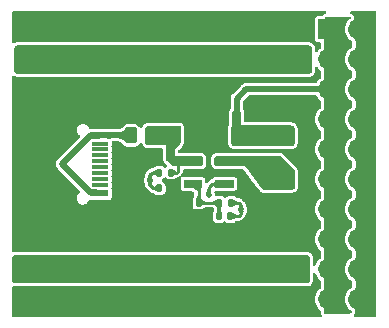
<source format=gbr>
%TF.GenerationSoftware,KiCad,Pcbnew,7.0.6*%
%TF.CreationDate,2023-09-22T01:58:40+08:00*%
%TF.ProjectId,power_ex_board,706f7765-725f-4657-985f-626f6172642e,rev?*%
%TF.SameCoordinates,Original*%
%TF.FileFunction,Copper,L1,Top*%
%TF.FilePolarity,Positive*%
%FSLAX46Y46*%
G04 Gerber Fmt 4.6, Leading zero omitted, Abs format (unit mm)*
G04 Created by KiCad (PCBNEW 7.0.6) date 2023-09-22 01:58:40*
%MOMM*%
%LPD*%
G01*
G04 APERTURE LIST*
G04 Aperture macros list*
%AMRoundRect*
0 Rectangle with rounded corners*
0 $1 Rounding radius*
0 $2 $3 $4 $5 $6 $7 $8 $9 X,Y pos of 4 corners*
0 Add a 4 corners polygon primitive as box body*
4,1,4,$2,$3,$4,$5,$6,$7,$8,$9,$2,$3,0*
0 Add four circle primitives for the rounded corners*
1,1,$1+$1,$2,$3*
1,1,$1+$1,$4,$5*
1,1,$1+$1,$6,$7*
1,1,$1+$1,$8,$9*
0 Add four rect primitives between the rounded corners*
20,1,$1+$1,$2,$3,$4,$5,0*
20,1,$1+$1,$4,$5,$6,$7,0*
20,1,$1+$1,$6,$7,$8,$9,0*
20,1,$1+$1,$8,$9,$2,$3,0*%
G04 Aperture macros list end*
%TA.AperFunction,ComponentPad*%
%ADD10R,1.700000X1.700000*%
%TD*%
%TA.AperFunction,ComponentPad*%
%ADD11O,1.700000X1.700000*%
%TD*%
%TA.AperFunction,SMDPad,CuDef*%
%ADD12RoundRect,0.250000X0.250000X0.475000X-0.250000X0.475000X-0.250000X-0.475000X0.250000X-0.475000X0*%
%TD*%
%TA.AperFunction,SMDPad,CuDef*%
%ADD13RoundRect,0.135000X0.135000X0.185000X-0.135000X0.185000X-0.135000X-0.185000X0.135000X-0.185000X0*%
%TD*%
%TA.AperFunction,SMDPad,CuDef*%
%ADD14RoundRect,0.250000X-0.262500X-0.450000X0.262500X-0.450000X0.262500X0.450000X-0.262500X0.450000X0*%
%TD*%
%TA.AperFunction,SMDPad,CuDef*%
%ADD15RoundRect,0.135000X-0.135000X-0.185000X0.135000X-0.185000X0.135000X0.185000X-0.135000X0.185000X0*%
%TD*%
%TA.AperFunction,SMDPad,CuDef*%
%ADD16RoundRect,0.140000X0.140000X0.170000X-0.140000X0.170000X-0.140000X-0.170000X0.140000X-0.170000X0*%
%TD*%
%TA.AperFunction,SMDPad,CuDef*%
%ADD17RoundRect,0.250000X-0.250000X-0.475000X0.250000X-0.475000X0.250000X0.475000X-0.250000X0.475000X0*%
%TD*%
%TA.AperFunction,SMDPad,CuDef*%
%ADD18R,1.450000X0.600000*%
%TD*%
%TA.AperFunction,SMDPad,CuDef*%
%ADD19R,1.450000X0.300000*%
%TD*%
%TA.AperFunction,ComponentPad*%
%ADD20O,2.100000X1.000000*%
%TD*%
%TA.AperFunction,ComponentPad*%
%ADD21O,1.600000X1.000000*%
%TD*%
%TA.AperFunction,SMDPad,CuDef*%
%ADD22RoundRect,0.140000X-0.140000X-0.170000X0.140000X-0.170000X0.140000X0.170000X-0.140000X0.170000X0*%
%TD*%
%TA.AperFunction,SMDPad,CuDef*%
%ADD23R,2.500000X1.500000*%
%TD*%
%TA.AperFunction,SMDPad,CuDef*%
%ADD24R,1.560000X0.650000*%
%TD*%
%TA.AperFunction,ViaPad*%
%ADD25C,0.508000*%
%TD*%
%TA.AperFunction,Conductor*%
%ADD26C,0.254000*%
%TD*%
%TA.AperFunction,Conductor*%
%ADD27C,0.508000*%
%TD*%
G04 APERTURE END LIST*
D10*
%TO.P,3V3,1,Pin_1*%
%TO.N,+3V3*%
X119121000Y-97541000D03*
D11*
%TO.P,3V3,2,Pin_2*%
%TO.N,GND*%
X121661000Y-97541000D03*
%TO.P,3V3,3,Pin_3*%
%TO.N,+3V3*%
X119121000Y-100081000D03*
%TO.P,3V3,4,Pin_4*%
%TO.N,GND*%
X121661000Y-100081000D03*
%TO.P,3V3,5,Pin_5*%
%TO.N,+3V3*%
X119121000Y-102621000D03*
%TO.P,3V3,6,Pin_6*%
%TO.N,GND*%
X121661000Y-102621000D03*
%TO.P,3V3,7,Pin_7*%
%TO.N,+3V3*%
X119121000Y-105161000D03*
%TO.P,3V3,8,Pin_8*%
%TO.N,GND*%
X121661000Y-105161000D03*
%TO.P,3V3,9,Pin_9*%
%TO.N,+3V3*%
X119121000Y-107701000D03*
%TO.P,3V3,10,Pin_10*%
%TO.N,GND*%
X121661000Y-107701000D03*
%TO.P,3V3,11,Pin_11*%
%TO.N,+3V3*%
X119121000Y-110241000D03*
%TO.P,3V3,12,Pin_12*%
%TO.N,GND*%
X121661000Y-110241000D03*
%TO.P,3V3,13,Pin_13*%
%TO.N,+3V3*%
X119121000Y-112781000D03*
%TO.P,3V3,14,Pin_14*%
%TO.N,GND*%
X121661000Y-112781000D03*
%TO.P,3V3,15,Pin_15*%
%TO.N,+3V3*%
X119121000Y-115321000D03*
%TO.P,3V3,16,Pin_16*%
%TO.N,GND*%
X121661000Y-115321000D03*
%TO.P,3V3,17,Pin_17*%
%TO.N,+3V3*%
X119121000Y-117861000D03*
%TO.P,3V3,18,Pin_18*%
%TO.N,GND*%
X121661000Y-117861000D03*
%TO.P,3V3,19,Pin_19*%
%TO.N,+3V3*%
X119121000Y-120401000D03*
%TO.P,3V3,20,Pin_20*%
%TO.N,GND*%
X121661000Y-120401000D03*
%TD*%
D12*
%TO.P,C6,1*%
%TO.N,+3V3*%
X111542800Y-106536400D03*
%TO.P,C6,2*%
%TO.N,GND*%
X109642800Y-106536400D03*
%TD*%
D13*
%TO.P,R4,1*%
%TO.N,Net-(U1-FB)*%
X108174200Y-112221400D03*
%TO.P,R4,2*%
%TO.N,GND*%
X107154200Y-112221400D03*
%TD*%
D14*
%TO.P,R1,1*%
%TO.N,+5V*%
X102441300Y-106536400D03*
%TO.P,R1,2*%
%TO.N,Net-(U1-IN)*%
X104266300Y-106536400D03*
%TD*%
D15*
%TO.P,R2,1*%
%TO.N,Net-(U1-EN)*%
X104817000Y-109671200D03*
%TO.P,R2,2*%
%TO.N,Net-(U1-IN)*%
X105837000Y-109671200D03*
%TD*%
D16*
%TO.P,C5,1*%
%TO.N,+3V3*%
X111372400Y-104779200D03*
%TO.P,C5,2*%
%TO.N,GND*%
X110412400Y-104779200D03*
%TD*%
D10*
%TO.P,Custom,1,Pin_1*%
%TO.N,VCC*%
X116474400Y-117841000D03*
D11*
%TO.P,Custom,2,Pin_2*%
%TO.N,GND*%
X116474400Y-120381000D03*
%TO.P,Custom,3,Pin_3*%
%TO.N,VCC*%
X113934400Y-117841000D03*
%TO.P,Custom,4,Pin_4*%
%TO.N,GND*%
X113934400Y-120381000D03*
%TO.P,Custom,5,Pin_5*%
%TO.N,VCC*%
X111394400Y-117841000D03*
%TO.P,Custom,6,Pin_6*%
%TO.N,GND*%
X111394400Y-120381000D03*
%TO.P,Custom,7,Pin_7*%
%TO.N,VCC*%
X108854400Y-117841000D03*
%TO.P,Custom,8,Pin_8*%
%TO.N,GND*%
X108854400Y-120381000D03*
%TO.P,Custom,9,Pin_9*%
%TO.N,VCC*%
X106314400Y-117841000D03*
%TO.P,Custom,10,Pin_10*%
%TO.N,GND*%
X106314400Y-120381000D03*
%TO.P,Custom,11,Pin_11*%
%TO.N,VCC*%
X103774400Y-117841000D03*
%TO.P,Custom,12,Pin_12*%
%TO.N,GND*%
X103774400Y-120381000D03*
%TO.P,Custom,13,Pin_13*%
%TO.N,VCC*%
X101234400Y-117841000D03*
%TO.P,Custom,14,Pin_14*%
%TO.N,GND*%
X101234400Y-120381000D03*
%TO.P,Custom,15,Pin_15*%
%TO.N,VCC*%
X98694400Y-117841000D03*
%TO.P,Custom,16,Pin_16*%
%TO.N,GND*%
X98694400Y-120381000D03*
%TO.P,Custom,17,Pin_17*%
%TO.N,VCC*%
X96154400Y-117841000D03*
%TO.P,Custom,18,Pin_18*%
%TO.N,GND*%
X96154400Y-120381000D03*
%TO.P,Custom,19,Pin_19*%
%TO.N,VCC*%
X93614400Y-117841000D03*
%TO.P,Custom,20,Pin_20*%
%TO.N,GND*%
X93614400Y-120381000D03*
%TD*%
D16*
%TO.P,C4,1*%
%TO.N,+3V3*%
X110849600Y-113364400D03*
%TO.P,C4,2*%
%TO.N,Net-(U1-FB)*%
X109889600Y-113364400D03*
%TD*%
%TO.P,C2,1*%
%TO.N,Net-(U1-IN)*%
X105787000Y-108331200D03*
%TO.P,C2,2*%
%TO.N,GND*%
X104827000Y-108331200D03*
%TD*%
D10*
%TO.P,5V,1,Pin_1*%
%TO.N,+5V*%
X93624400Y-100091000D03*
D11*
%TO.P,5V,2,Pin_2*%
%TO.N,GND*%
X93624400Y-97551000D03*
%TO.P,5V,3,Pin_3*%
%TO.N,+5V*%
X96164400Y-100091000D03*
%TO.P,5V,4,Pin_4*%
%TO.N,GND*%
X96164400Y-97551000D03*
%TO.P,5V,5,Pin_5*%
%TO.N,+5V*%
X98704400Y-100091000D03*
%TO.P,5V,6,Pin_6*%
%TO.N,GND*%
X98704400Y-97551000D03*
%TO.P,5V,7,Pin_7*%
%TO.N,+5V*%
X101244400Y-100091000D03*
%TO.P,5V,8,Pin_8*%
%TO.N,GND*%
X101244400Y-97551000D03*
%TO.P,5V,9,Pin_9*%
%TO.N,+5V*%
X103784400Y-100091000D03*
%TO.P,5V,10,Pin_10*%
%TO.N,GND*%
X103784400Y-97551000D03*
%TO.P,5V,11,Pin_11*%
%TO.N,+5V*%
X106324400Y-100091000D03*
%TO.P,5V,12,Pin_12*%
%TO.N,GND*%
X106324400Y-97551000D03*
%TO.P,5V,13,Pin_13*%
%TO.N,+5V*%
X108864400Y-100091000D03*
%TO.P,5V,14,Pin_14*%
%TO.N,GND*%
X108864400Y-97551000D03*
%TO.P,5V,15,Pin_15*%
%TO.N,+5V*%
X111404400Y-100091000D03*
%TO.P,5V,16,Pin_16*%
%TO.N,GND*%
X111404400Y-97551000D03*
%TO.P,5V,17,Pin_17*%
%TO.N,+5V*%
X113944400Y-100091000D03*
%TO.P,5V,18,Pin_18*%
%TO.N,GND*%
X113944400Y-97551000D03*
%TO.P,5V,19,Pin_19*%
%TO.N,+5V*%
X116484400Y-100091000D03*
%TO.P,5V,20,Pin_20*%
%TO.N,GND*%
X116484400Y-97551000D03*
%TD*%
D13*
%TO.P,R3,1*%
%TO.N,+3V3*%
X110899600Y-112221400D03*
%TO.P,R3,2*%
%TO.N,Net-(U1-FB)*%
X109879600Y-112221400D03*
%TD*%
D17*
%TO.P,C1,1*%
%TO.N,Net-(U1-IN)*%
X106036000Y-106536400D03*
%TO.P,C1,2*%
%TO.N,GND*%
X107936000Y-106536400D03*
%TD*%
D18*
%TO.P,J1,A1,GND*%
%TO.N,GND*%
X99803000Y-105716000D03*
%TO.P,J1,A4,VBUS*%
%TO.N,+5V*%
X99803000Y-106516000D03*
D19*
%TO.P,J1,A5,CC1*%
%TO.N,unconnected-(J1-CC1-PadA5)*%
X99803000Y-107716000D03*
%TO.P,J1,A6,D+*%
%TO.N,unconnected-(J1-D+-PadA6)*%
X99803000Y-108716000D03*
%TO.P,J1,A7,D-*%
%TO.N,unconnected-(J1-D--PadA7)*%
X99803000Y-109216000D03*
%TO.P,J1,A8,SBU1*%
%TO.N,unconnected-(J1-SBU1-PadA8)*%
X99803000Y-110216000D03*
D18*
%TO.P,J1,A9,VBUS*%
%TO.N,+5V*%
X99803000Y-111416000D03*
%TO.P,J1,A12,GND*%
%TO.N,GND*%
X99803000Y-112216000D03*
%TO.P,J1,B1,GND*%
X99803000Y-112216000D03*
%TO.P,J1,B4,VBUS*%
%TO.N,+5V*%
X99803000Y-111416000D03*
D19*
%TO.P,J1,B5,CC2*%
%TO.N,unconnected-(J1-CC2-PadB5)*%
X99803000Y-110716000D03*
%TO.P,J1,B6,D+*%
%TO.N,unconnected-(J1-D+-PadB6)*%
X99803000Y-109716000D03*
%TO.P,J1,B7,D-*%
%TO.N,unconnected-(J1-D--PadB7)*%
X99803000Y-108216000D03*
%TO.P,J1,B8,SBU2*%
%TO.N,unconnected-(J1-SBU2-PadB8)*%
X99803000Y-107216000D03*
D18*
%TO.P,J1,B9,VBUS*%
%TO.N,+5V*%
X99803000Y-106516000D03*
%TO.P,J1,B12,GND*%
%TO.N,GND*%
X99803000Y-105716000D03*
D20*
%TO.P,J1,S1,SHIELD*%
X98888000Y-104646000D03*
D21*
X94708000Y-104646000D03*
D20*
X98888000Y-113286000D03*
D21*
X94708000Y-113286000D03*
%TD*%
D22*
%TO.P,C3,1*%
%TO.N,Net-(U1-EN)*%
X104827000Y-111011200D03*
%TO.P,C3,2*%
%TO.N,GND*%
X105787000Y-111011200D03*
%TD*%
D23*
%TO.P,L1,1,1*%
%TO.N,Net-(U1-LX)*%
X114935000Y-110261400D03*
%TO.P,L1,2,2*%
%TO.N,+3V3*%
X114935000Y-106561400D03*
%TD*%
D24*
%TO.P,U1,1,EN*%
%TO.N,Net-(U1-EN)*%
X110364200Y-110621200D03*
%TO.P,U1,2,GND*%
%TO.N,GND*%
X110364200Y-109671200D03*
%TO.P,U1,3,LX*%
%TO.N,Net-(U1-LX)*%
X110364200Y-108721200D03*
%TO.P,U1,4,IN*%
%TO.N,Net-(U1-IN)*%
X107664200Y-108721200D03*
%TO.P,U1,5,FB*%
%TO.N,Net-(U1-FB)*%
X107664200Y-110621200D03*
%TD*%
D25*
%TO.N,GND*%
X106787950Y-113919000D03*
X95220366Y-115239800D03*
X94183200Y-111658400D03*
X108991400Y-109651800D03*
X109702600Y-102844600D03*
X102108000Y-112115600D03*
X105999839Y-102844600D03*
X102108000Y-110375700D03*
X107492800Y-104470200D03*
X97171932Y-115239800D03*
X107851216Y-102844600D03*
X99123498Y-115239800D03*
X104148462Y-102844600D03*
X102108000Y-108635800D03*
X93268800Y-115239800D03*
X117297200Y-110142866D03*
X103919866Y-104470200D03*
X94183200Y-108085466D03*
X94891577Y-102844600D03*
X94183200Y-106299000D03*
X98594331Y-102844600D03*
X108661200Y-113919000D03*
X113893600Y-104267000D03*
X93040200Y-102844600D03*
X101168200Y-113919000D03*
X102133400Y-104470200D03*
X117297200Y-108271733D03*
X100445708Y-102844600D03*
X116332000Y-104267000D03*
X94183200Y-109871932D03*
X103041450Y-113919000D03*
X105706332Y-104470200D03*
X104914700Y-113919000D03*
X117297200Y-106400600D03*
X117297200Y-112014000D03*
X102297085Y-102844600D03*
%TO.N,Net-(U1-EN)*%
X104038400Y-110312200D03*
X109016800Y-111556800D03*
%TO.N,+3V3*%
X111760000Y-112801400D03*
X112877600Y-106603800D03*
%TO.N,+5V*%
X96570800Y-108962602D03*
%TD*%
D26*
%TO.N,Net-(U1-IN)*%
X106305000Y-109671200D02*
X106426000Y-109550200D01*
X106426000Y-109550200D02*
X106451400Y-109524800D01*
X105837000Y-109671200D02*
X106305000Y-109671200D01*
X106451400Y-109524800D02*
X106451400Y-109042200D01*
%TO.N,Net-(U1-EN)*%
X109330200Y-110621200D02*
X110364200Y-110621200D01*
X104038400Y-110312200D02*
X104038400Y-110744000D01*
X109016800Y-111556800D02*
X109016800Y-110934600D01*
X104305600Y-111011200D02*
X104827000Y-111011200D01*
X104247600Y-109671200D02*
X104038400Y-109880400D01*
X104038400Y-110744000D02*
X104305600Y-111011200D01*
X104817000Y-109671200D02*
X104247600Y-109671200D01*
X109016800Y-110934600D02*
X109330200Y-110621200D01*
X104038400Y-109880400D02*
X104038400Y-110312200D01*
%TO.N,+3V3*%
X111760000Y-112801400D02*
X111760000Y-113182400D01*
X111535600Y-112221400D02*
X111760000Y-112445800D01*
D27*
X111372400Y-103410000D02*
X112161400Y-102621000D01*
D26*
X111760000Y-113182400D02*
X111578000Y-113364400D01*
X110899600Y-112221400D02*
X111535600Y-112221400D01*
X111578000Y-113364400D02*
X110849600Y-113364400D01*
D27*
X111372400Y-104779200D02*
X111372400Y-103410000D01*
D26*
X111760000Y-112445800D02*
X111760000Y-112801400D01*
D27*
X112161400Y-102621000D02*
X119121000Y-102621000D01*
D26*
%TO.N,Net-(U1-FB)*%
X107664200Y-110621200D02*
X108174200Y-111131200D01*
X108174200Y-111131200D02*
X108174200Y-112221400D01*
X109879600Y-113354400D02*
X109889600Y-113364400D01*
X108174200Y-112221400D02*
X109879600Y-112221400D01*
X109879600Y-112221400D02*
X109879600Y-113354400D01*
D27*
%TO.N,+5V*%
X99024198Y-106516000D02*
X99803000Y-106516000D01*
X99024198Y-111416000D02*
X99803000Y-111416000D01*
X96570800Y-108962602D02*
X96577596Y-108962602D01*
X102441300Y-106506400D02*
X102423700Y-106524000D01*
X96577596Y-108962602D02*
X99024198Y-106516000D01*
X102423700Y-106524000D02*
X99803000Y-106524000D01*
X96570800Y-108962602D02*
X99024198Y-111416000D01*
%TD*%
%TA.AperFunction,Conductor*%
%TO.N,+3V3*%
G36*
X111762887Y-112801605D02*
G01*
X111984350Y-112894285D01*
X111990659Y-112900640D01*
X111990819Y-112909102D01*
X111949724Y-113021302D01*
X111922067Y-113112313D01*
X111921944Y-113112675D01*
X111893710Y-113187596D01*
X111892719Y-113189614D01*
X111845925Y-113265446D01*
X111844697Y-113267092D01*
X111768244Y-113352764D01*
X111760179Y-113356655D01*
X111751725Y-113353703D01*
X111751242Y-113353247D01*
X111586904Y-113188909D01*
X111583477Y-113180636D01*
X111585188Y-113174543D01*
X111625360Y-113108706D01*
X111613498Y-113044896D01*
X111598346Y-113021302D01*
X111571788Y-112979948D01*
X111571646Y-112979716D01*
X111560514Y-112960472D01*
X111527855Y-112904012D01*
X111526529Y-112900533D01*
X111508905Y-112815432D01*
X111510584Y-112806636D01*
X111517991Y-112801603D01*
X111520328Y-112801360D01*
X111758343Y-112800699D01*
X111762887Y-112801605D01*
G37*
%TD.AperFunction*%
%TD*%
%TA.AperFunction,Conductor*%
%TO.N,Net-(U1-EN)*%
G36*
X109140744Y-111052227D02*
G01*
X109144165Y-111060123D01*
X109147195Y-111154220D01*
X109147197Y-111154235D01*
X109158293Y-111228626D01*
X109158296Y-111228635D01*
X109178461Y-111291397D01*
X109178467Y-111291414D01*
X109209064Y-111361928D01*
X109246743Y-111448722D01*
X109246894Y-111457675D01*
X109240670Y-111464113D01*
X109240528Y-111464174D01*
X109021316Y-111555909D01*
X109012361Y-111555942D01*
X109012282Y-111555909D01*
X108793071Y-111464174D01*
X108786762Y-111457819D01*
X108786795Y-111448864D01*
X108786856Y-111448722D01*
X108824534Y-111361928D01*
X108855131Y-111291414D01*
X108855136Y-111291403D01*
X108875303Y-111228632D01*
X108886403Y-111154227D01*
X108889435Y-111060122D01*
X108893127Y-111051965D01*
X108901129Y-111048800D01*
X109132471Y-111048800D01*
X109140744Y-111052227D01*
G37*
%TD.AperFunction*%
%TD*%
%TA.AperFunction,Conductor*%
%TO.N,+3V3*%
G36*
X111081166Y-113090958D02*
G01*
X111139620Y-113133360D01*
X111207115Y-113173140D01*
X111274609Y-113203740D01*
X111342104Y-113225160D01*
X111399989Y-113235657D01*
X111407517Y-113240504D01*
X111409600Y-113247168D01*
X111409600Y-113481631D01*
X111406173Y-113489904D01*
X111399988Y-113493143D01*
X111342104Y-113503640D01*
X111274609Y-113525060D01*
X111274602Y-113525062D01*
X111207124Y-113555655D01*
X111207117Y-113555658D01*
X111207115Y-113555660D01*
X111139620Y-113595440D01*
X111139613Y-113595444D01*
X111139613Y-113595445D01*
X111081168Y-113637840D01*
X111072459Y-113639924D01*
X111065154Y-113635668D01*
X111033040Y-113595440D01*
X110854425Y-113371697D01*
X110851943Y-113363096D01*
X110854425Y-113357103D01*
X111065155Y-113093130D01*
X111072994Y-113088803D01*
X111081166Y-113090958D01*
G37*
%TD.AperFunction*%
%TD*%
%TA.AperFunction,Conductor*%
%TO.N,+5V*%
G36*
X99536188Y-106451897D02*
G01*
X99795402Y-106513325D01*
X99802662Y-106518568D01*
X99804369Y-106523802D01*
X99826169Y-106803798D01*
X99823394Y-106812312D01*
X99815412Y-106816371D01*
X99814887Y-106816400D01*
X99667638Y-106821218D01*
X99508157Y-106829197D01*
X99348676Y-106839935D01*
X99189195Y-106853434D01*
X99035243Y-106869129D01*
X99026665Y-106866559D01*
X99025783Y-106865762D01*
X98683768Y-106523747D01*
X98680341Y-106515474D01*
X98683768Y-106507201D01*
X98688245Y-106504407D01*
X98752004Y-106482570D01*
X98833503Y-106451897D01*
X98915001Y-106418463D01*
X98996500Y-106382270D01*
X99074276Y-106345096D01*
X99082013Y-106344268D01*
X99536188Y-106451897D01*
G37*
%TD.AperFunction*%
%TD*%
%TA.AperFunction,Conductor*%
%TO.N,+5V*%
G36*
X99035230Y-111062869D02*
G01*
X99189195Y-111078565D01*
X99348676Y-111092064D01*
X99508156Y-111102802D01*
X99667637Y-111110781D01*
X99814888Y-111115599D01*
X99823043Y-111119295D01*
X99826198Y-111127676D01*
X99826169Y-111128201D01*
X99804369Y-111408197D01*
X99800310Y-111416179D01*
X99795402Y-111418674D01*
X99082016Y-111587731D01*
X99074274Y-111586902D01*
X98996500Y-111549729D01*
X98915001Y-111513536D01*
X98833503Y-111480102D01*
X98752004Y-111449429D01*
X98688251Y-111427593D01*
X98681534Y-111421670D01*
X98680973Y-111412733D01*
X98683767Y-111408253D01*
X99025784Y-111066236D01*
X99034056Y-111062810D01*
X99035230Y-111062869D01*
G37*
%TD.AperFunction*%
%TD*%
%TA.AperFunction,Conductor*%
%TO.N,+3V3*%
G36*
X120934210Y-96470157D02*
G01*
X120966564Y-96476592D01*
X121016887Y-96486602D01*
X121034837Y-96494037D01*
X121075801Y-96521409D01*
X121096977Y-96553099D01*
X121089541Y-96590482D01*
X121074351Y-96605155D01*
X120992539Y-96655812D01*
X120841268Y-96793713D01*
X120841264Y-96793718D01*
X120717913Y-96957061D01*
X120717911Y-96957064D01*
X120626671Y-97140301D01*
X120570655Y-97337175D01*
X120551768Y-97540999D01*
X120570655Y-97744824D01*
X120626671Y-97941698D01*
X120717911Y-98124935D01*
X120717913Y-98124938D01*
X120841264Y-98288281D01*
X120841268Y-98288286D01*
X120992537Y-98426186D01*
X121076116Y-98477935D01*
X121159815Y-98529760D01*
X121182076Y-98560698D01*
X121183399Y-98572100D01*
X121183399Y-99049898D01*
X121168813Y-99085112D01*
X121159816Y-99092239D01*
X120992535Y-99195815D01*
X120841268Y-99333713D01*
X120841264Y-99333718D01*
X120717913Y-99497061D01*
X120717911Y-99497064D01*
X120626671Y-99680301D01*
X120570655Y-99877175D01*
X120551768Y-100080999D01*
X120570655Y-100284824D01*
X120626671Y-100481698D01*
X120717911Y-100664935D01*
X120717913Y-100664938D01*
X120841264Y-100828281D01*
X120841268Y-100828286D01*
X120992537Y-100966186D01*
X121076116Y-101017935D01*
X121159815Y-101069760D01*
X121182076Y-101100698D01*
X121183399Y-101112100D01*
X121183399Y-101589898D01*
X121168813Y-101625112D01*
X121159816Y-101632239D01*
X120992535Y-101735815D01*
X120841268Y-101873713D01*
X120841264Y-101873718D01*
X120717913Y-102037061D01*
X120717911Y-102037064D01*
X120626671Y-102220301D01*
X120570655Y-102417175D01*
X120551768Y-102620999D01*
X120570655Y-102824824D01*
X120626671Y-103021698D01*
X120717911Y-103204935D01*
X120717913Y-103204938D01*
X120841264Y-103368281D01*
X120841268Y-103368286D01*
X120992537Y-103506186D01*
X121076116Y-103557935D01*
X121159815Y-103609760D01*
X121182076Y-103640698D01*
X121183399Y-103652100D01*
X121183399Y-104129898D01*
X121168813Y-104165112D01*
X121159816Y-104172239D01*
X120992535Y-104275815D01*
X120841268Y-104413713D01*
X120841264Y-104413718D01*
X120717913Y-104577061D01*
X120717911Y-104577064D01*
X120626671Y-104760301D01*
X120570655Y-104957175D01*
X120551768Y-105160999D01*
X120570655Y-105364824D01*
X120626671Y-105561698D01*
X120717911Y-105744935D01*
X120717913Y-105744938D01*
X120841264Y-105908281D01*
X120841268Y-105908286D01*
X120992537Y-106046186D01*
X121076116Y-106097935D01*
X121159815Y-106149760D01*
X121182076Y-106180698D01*
X121183399Y-106192100D01*
X121183399Y-106669898D01*
X121168813Y-106705112D01*
X121159816Y-106712239D01*
X120992535Y-106815815D01*
X120841268Y-106953713D01*
X120841264Y-106953718D01*
X120717913Y-107117061D01*
X120717911Y-107117064D01*
X120626671Y-107300301D01*
X120570655Y-107497175D01*
X120551768Y-107700999D01*
X120570655Y-107904824D01*
X120626671Y-108101698D01*
X120717911Y-108284935D01*
X120717913Y-108284938D01*
X120841264Y-108448281D01*
X120841268Y-108448286D01*
X120992537Y-108586186D01*
X121076116Y-108637935D01*
X121159815Y-108689760D01*
X121182076Y-108720698D01*
X121183399Y-108732100D01*
X121183399Y-109209898D01*
X121168813Y-109245112D01*
X121159816Y-109252239D01*
X120992535Y-109355815D01*
X120841268Y-109493713D01*
X120841264Y-109493718D01*
X120717913Y-109657061D01*
X120717911Y-109657064D01*
X120626671Y-109840301D01*
X120570655Y-110037175D01*
X120551768Y-110240999D01*
X120570655Y-110444824D01*
X120626671Y-110641698D01*
X120717911Y-110824935D01*
X120717913Y-110824938D01*
X120841264Y-110988281D01*
X120841268Y-110988286D01*
X120992537Y-111126186D01*
X121076116Y-111177935D01*
X121159815Y-111229760D01*
X121182076Y-111260698D01*
X121183399Y-111272100D01*
X121183399Y-111749898D01*
X121168813Y-111785112D01*
X121159816Y-111792239D01*
X120992535Y-111895815D01*
X120841268Y-112033713D01*
X120841264Y-112033718D01*
X120717913Y-112197061D01*
X120717911Y-112197064D01*
X120626671Y-112380301D01*
X120570655Y-112577175D01*
X120551768Y-112780999D01*
X120570655Y-112984824D01*
X120626671Y-113181698D01*
X120717911Y-113364935D01*
X120717913Y-113364938D01*
X120841264Y-113528281D01*
X120841268Y-113528286D01*
X120992537Y-113666186D01*
X121076116Y-113717935D01*
X121159815Y-113769760D01*
X121182076Y-113800698D01*
X121183399Y-113812100D01*
X121183399Y-114289898D01*
X121168813Y-114325112D01*
X121159816Y-114332239D01*
X120992535Y-114435815D01*
X120841268Y-114573713D01*
X120841264Y-114573718D01*
X120717913Y-114737061D01*
X120717911Y-114737064D01*
X120626671Y-114920301D01*
X120570655Y-115117175D01*
X120551768Y-115320999D01*
X120570655Y-115524824D01*
X120626671Y-115721698D01*
X120717911Y-115904935D01*
X120717913Y-115904938D01*
X120841264Y-116068281D01*
X120841268Y-116068286D01*
X120992537Y-116206186D01*
X121076116Y-116257935D01*
X121159815Y-116309760D01*
X121182076Y-116340698D01*
X121183399Y-116352100D01*
X121183399Y-116829898D01*
X121168813Y-116865112D01*
X121159816Y-116872239D01*
X120992535Y-116975815D01*
X120841268Y-117113713D01*
X120841264Y-117113718D01*
X120717913Y-117277061D01*
X120717911Y-117277064D01*
X120626671Y-117460301D01*
X120570655Y-117657175D01*
X120551768Y-117860999D01*
X120570655Y-118064824D01*
X120626671Y-118261698D01*
X120717911Y-118444935D01*
X120717913Y-118444938D01*
X120841264Y-118608281D01*
X120841268Y-118608286D01*
X120992537Y-118746186D01*
X121076116Y-118797935D01*
X121159815Y-118849760D01*
X121182076Y-118880698D01*
X121183399Y-118892100D01*
X121183399Y-119369898D01*
X121168813Y-119405112D01*
X121159816Y-119412239D01*
X120992535Y-119515815D01*
X120841268Y-119653713D01*
X120841264Y-119653718D01*
X120717913Y-119817061D01*
X120717911Y-119817064D01*
X120626671Y-120000301D01*
X120570655Y-120197175D01*
X120551768Y-120400999D01*
X120570655Y-120604824D01*
X120626671Y-120801698D01*
X120717911Y-120984935D01*
X120717913Y-120984938D01*
X120841264Y-121148281D01*
X120841268Y-121148286D01*
X120992538Y-121286186D01*
X121146390Y-121381447D01*
X121168651Y-121412386D01*
X121169017Y-121433503D01*
X121165997Y-121448686D01*
X121158561Y-121466638D01*
X121114508Y-121532568D01*
X121100768Y-121546308D01*
X121034838Y-121590361D01*
X121016887Y-121597797D01*
X120934211Y-121614243D01*
X120924495Y-121615200D01*
X118845600Y-121615200D01*
X118810386Y-121600614D01*
X118795800Y-121565400D01*
X118795800Y-96728104D01*
X118796757Y-96718389D01*
X118797257Y-96715874D01*
X118813203Y-96635710D01*
X118820636Y-96617764D01*
X118864693Y-96551828D01*
X118878428Y-96538093D01*
X118944364Y-96494036D01*
X118962310Y-96486603D01*
X119021216Y-96474885D01*
X119044990Y-96470157D01*
X119054705Y-96469200D01*
X120924495Y-96469200D01*
X120934210Y-96470157D01*
G37*
%TD.AperFunction*%
%TD*%
%TA.AperFunction,Conductor*%
%TO.N,+5V*%
G36*
X99035230Y-111062869D02*
G01*
X99189195Y-111078565D01*
X99348676Y-111092064D01*
X99508156Y-111102802D01*
X99667637Y-111110781D01*
X99814888Y-111115599D01*
X99823043Y-111119295D01*
X99826198Y-111127676D01*
X99826169Y-111128201D01*
X99804369Y-111408197D01*
X99800310Y-111416179D01*
X99795402Y-111418674D01*
X99082016Y-111587731D01*
X99074274Y-111586902D01*
X98996500Y-111549729D01*
X98915001Y-111513536D01*
X98833503Y-111480102D01*
X98752004Y-111449429D01*
X98688251Y-111427593D01*
X98681534Y-111421670D01*
X98680973Y-111412733D01*
X98683767Y-111408253D01*
X99025784Y-111066236D01*
X99034056Y-111062810D01*
X99035230Y-111062869D01*
G37*
%TD.AperFunction*%
%TD*%
%TA.AperFunction,Conductor*%
%TO.N,Net-(U1-FB)*%
G36*
X109887498Y-112227627D02*
G01*
X110132827Y-112452117D01*
X110136618Y-112460231D01*
X110135410Y-112465949D01*
X110112785Y-112511556D01*
X110112779Y-112511569D01*
X110086233Y-112573656D01*
X110086234Y-112573657D01*
X110059689Y-112644324D01*
X110033144Y-112723572D01*
X110009113Y-112803085D01*
X110003439Y-112810013D01*
X109997913Y-112811400D01*
X109761287Y-112811400D01*
X109753014Y-112807973D01*
X109750087Y-112803085D01*
X109726055Y-112723572D01*
X109699510Y-112644324D01*
X109672965Y-112573657D01*
X109672965Y-112573656D01*
X109646420Y-112511569D01*
X109623789Y-112465949D01*
X109623182Y-112457014D01*
X109626370Y-112452118D01*
X109871702Y-112227626D01*
X109880118Y-112224570D01*
X109887498Y-112227627D01*
G37*
%TD.AperFunction*%
%TD*%
%TA.AperFunction,Conductor*%
%TO.N,Net-(U1-LX)*%
G36*
X115012400Y-108281157D02*
G01*
X115045037Y-108287649D01*
X115095076Y-108297602D01*
X115113027Y-108305038D01*
X115183114Y-108351868D01*
X115190661Y-108358061D01*
X116228738Y-109396138D01*
X116234931Y-109403685D01*
X116281761Y-109473772D01*
X116289197Y-109491723D01*
X116305643Y-109574398D01*
X116306600Y-109584114D01*
X116306600Y-110866095D01*
X116305643Y-110875811D01*
X116289197Y-110958487D01*
X116281761Y-110976438D01*
X116237708Y-111042368D01*
X116223968Y-111056108D01*
X116158038Y-111100161D01*
X116140087Y-111107597D01*
X116057411Y-111124043D01*
X116047695Y-111125000D01*
X113751338Y-111125000D01*
X113675856Y-111125000D01*
X113664439Y-111123674D01*
X113608758Y-111110559D01*
X113588326Y-111100369D01*
X113544350Y-111063784D01*
X113536421Y-111055462D01*
X112172704Y-109244982D01*
X112172702Y-109244980D01*
X112172700Y-109244978D01*
X112096489Y-109143800D01*
X111969817Y-109143800D01*
X111314481Y-109143800D01*
X111286814Y-109135407D01*
X111243501Y-109106466D01*
X111243500Y-109106465D01*
X111169269Y-109091700D01*
X109596870Y-109091700D01*
X109569203Y-109083307D01*
X109556630Y-109074906D01*
X109542891Y-109061168D01*
X109498836Y-108995235D01*
X109491402Y-108977286D01*
X109474957Y-108894610D01*
X109474000Y-108884895D01*
X109474000Y-108539104D01*
X109474957Y-108529389D01*
X109475457Y-108526874D01*
X109491403Y-108446710D01*
X109498836Y-108428764D01*
X109542893Y-108362828D01*
X109556628Y-108349093D01*
X109622564Y-108305036D01*
X109640510Y-108297603D01*
X109699416Y-108285885D01*
X109723190Y-108281157D01*
X109732905Y-108280200D01*
X115002685Y-108280200D01*
X115012400Y-108281157D01*
G37*
%TD.AperFunction*%
%TD*%
%TA.AperFunction,Conductor*%
%TO.N,Net-(U1-EN)*%
G36*
X104586729Y-109409327D02*
G01*
X104811160Y-109663455D01*
X104814068Y-109671925D01*
X104811160Y-109678945D01*
X104586729Y-109933072D01*
X104578684Y-109937005D01*
X104570903Y-109934659D01*
X104519041Y-109895439D01*
X104458531Y-109858259D01*
X104430134Y-109844838D01*
X104398021Y-109829660D01*
X104337512Y-109809640D01*
X104337507Y-109809639D01*
X104286527Y-109800001D01*
X104279034Y-109795097D01*
X104277000Y-109788505D01*
X104277000Y-109553894D01*
X104280427Y-109545621D01*
X104286525Y-109542399D01*
X104337510Y-109532759D01*
X104398020Y-109512739D01*
X104458531Y-109484140D01*
X104519041Y-109446960D01*
X104570904Y-109407739D01*
X104579567Y-109405483D01*
X104586729Y-109409327D01*
G37*
%TD.AperFunction*%
%TD*%
%TA.AperFunction,Conductor*%
%TO.N,+5V*%
G36*
X101949725Y-106025377D02*
G01*
X102434360Y-106528163D01*
X102437634Y-106536498D01*
X102434244Y-106544522D01*
X101947445Y-107035391D01*
X101939186Y-107038852D01*
X101931818Y-107036280D01*
X101835279Y-106958868D01*
X101756014Y-106907046D01*
X101730539Y-106890390D01*
X101625792Y-106837416D01*
X101521046Y-106799953D01*
X101521043Y-106799952D01*
X101521042Y-106799952D01*
X101521036Y-106799950D01*
X101425600Y-106779949D01*
X101418206Y-106774898D01*
X101416300Y-106768498D01*
X101416300Y-106279738D01*
X101419727Y-106271465D01*
X101425874Y-106268233D01*
X101521528Y-106250584D01*
X101521532Y-106250582D01*
X101521535Y-106250582D01*
X101626750Y-106215660D01*
X101626753Y-106215659D01*
X101626753Y-106215658D01*
X101626756Y-106215658D01*
X101731984Y-106165222D01*
X101837212Y-106099276D01*
X101934141Y-106024244D01*
X101942779Y-106021891D01*
X101949725Y-106025377D01*
G37*
%TD.AperFunction*%
%TD*%
%TA.AperFunction,Conductor*%
%TO.N,+3V3*%
G36*
X111510810Y-104369557D02*
G01*
X111543164Y-104375992D01*
X111593487Y-104386002D01*
X111611438Y-104393438D01*
X111677368Y-104437491D01*
X111691108Y-104451231D01*
X111735161Y-104517161D01*
X111742597Y-104535112D01*
X111759043Y-104617788D01*
X111760000Y-104627504D01*
X111760000Y-105613200D01*
X111836200Y-105689400D01*
X116022295Y-105689400D01*
X116032010Y-105690357D01*
X116064364Y-105696792D01*
X116114687Y-105706802D01*
X116132638Y-105714238D01*
X116198568Y-105758291D01*
X116212308Y-105772031D01*
X116256361Y-105837961D01*
X116263797Y-105855912D01*
X116280243Y-105938588D01*
X116281200Y-105948304D01*
X116281200Y-107157695D01*
X116280243Y-107167411D01*
X116263797Y-107250087D01*
X116256361Y-107268038D01*
X116212308Y-107333968D01*
X116198568Y-107347708D01*
X116132638Y-107391761D01*
X116114687Y-107399197D01*
X116032011Y-107415643D01*
X116022295Y-107416600D01*
X111180705Y-107416600D01*
X111170989Y-107415643D01*
X111088312Y-107399197D01*
X111070361Y-107391761D01*
X111004431Y-107347708D01*
X110990691Y-107333968D01*
X110946638Y-107268038D01*
X110939202Y-107250087D01*
X110922757Y-107167410D01*
X110921800Y-107157695D01*
X110921800Y-105849785D01*
X110922757Y-105840070D01*
X110929769Y-105804815D01*
X110937203Y-105786867D01*
X110959900Y-105752900D01*
X110959902Y-105752896D01*
X110998000Y-105714800D01*
X110998000Y-104627504D01*
X110998957Y-104617789D01*
X111003656Y-104594164D01*
X111015402Y-104535110D01*
X111022836Y-104517164D01*
X111066893Y-104451228D01*
X111080628Y-104437493D01*
X111146564Y-104393436D01*
X111164510Y-104386003D01*
X111223416Y-104374285D01*
X111247190Y-104369557D01*
X111256905Y-104368600D01*
X111501095Y-104368600D01*
X111510810Y-104369557D01*
G37*
%TD.AperFunction*%
%TD*%
%TA.AperFunction,Conductor*%
%TO.N,Net-(U1-IN)*%
G36*
X106614614Y-105729386D02*
G01*
X106629200Y-105764600D01*
X106629200Y-107103285D01*
X106628243Y-107113001D01*
X106611797Y-107195676D01*
X106604361Y-107213627D01*
X106557531Y-107283714D01*
X106551338Y-107291261D01*
X106246395Y-107596204D01*
X106246394Y-107596205D01*
X106172000Y-107670600D01*
X106172000Y-108280200D01*
X108300695Y-108280200D01*
X108310410Y-108281157D01*
X108342764Y-108287592D01*
X108393087Y-108297602D01*
X108411038Y-108305038D01*
X108476968Y-108349091D01*
X108490708Y-108362831D01*
X108534761Y-108428761D01*
X108542197Y-108446712D01*
X108558643Y-108529388D01*
X108559600Y-108539104D01*
X108559600Y-108884895D01*
X108558643Y-108894611D01*
X108542197Y-108977287D01*
X108534761Y-108995238D01*
X108490708Y-109061168D01*
X108476968Y-109074908D01*
X108411038Y-109118961D01*
X108393087Y-109126397D01*
X108310411Y-109142843D01*
X108300695Y-109143800D01*
X106053515Y-109143800D01*
X106043799Y-109142843D01*
X105961123Y-109126397D01*
X105943172Y-109118961D01*
X105873085Y-109072131D01*
X105865538Y-109065938D01*
X105462461Y-108662861D01*
X105456268Y-108655314D01*
X105409438Y-108585227D01*
X105402002Y-108567275D01*
X105396398Y-108539104D01*
X105385557Y-108484600D01*
X105384600Y-108474885D01*
X105384600Y-107594404D01*
X105384600Y-107594400D01*
X105384599Y-107594400D01*
X105384600Y-107340400D01*
X105130600Y-107340400D01*
X103890905Y-107340400D01*
X103881189Y-107339443D01*
X103798512Y-107322997D01*
X103780561Y-107315561D01*
X103714631Y-107271508D01*
X103700891Y-107257768D01*
X103659402Y-107195676D01*
X103656837Y-107191837D01*
X103649402Y-107173886D01*
X103632957Y-107091210D01*
X103632000Y-107081495D01*
X103632000Y-105973704D01*
X103632957Y-105963989D01*
X103633457Y-105961474D01*
X103649403Y-105881310D01*
X103656836Y-105863364D01*
X103700893Y-105797428D01*
X103714628Y-105783693D01*
X103780564Y-105739636D01*
X103798510Y-105732203D01*
X103865288Y-105718920D01*
X103881190Y-105715757D01*
X103890905Y-105714800D01*
X106579400Y-105714800D01*
X106614614Y-105729386D01*
G37*
%TD.AperFunction*%
%TD*%
%TA.AperFunction,Conductor*%
%TO.N,Net-(U1-IN)*%
G36*
X106075451Y-109399442D02*
G01*
X106076570Y-109400492D01*
X106107190Y-109433263D01*
X106107196Y-109433269D01*
X106146906Y-109468487D01*
X106146912Y-109468491D01*
X106146919Y-109468498D01*
X106146925Y-109468502D01*
X106146926Y-109468503D01*
X106186652Y-109496449D01*
X106204126Y-109505536D01*
X106226379Y-109517109D01*
X106226382Y-109517110D01*
X106226384Y-109517111D01*
X106246375Y-109523841D01*
X106263509Y-109529610D01*
X106268049Y-109532425D01*
X106432460Y-109696836D01*
X106435887Y-109705109D01*
X106432460Y-109713382D01*
X106427986Y-109716175D01*
X106374564Y-109734516D01*
X106303389Y-109767533D01*
X106232243Y-109809116D01*
X106232238Y-109809119D01*
X106173873Y-109850268D01*
X106161077Y-109859291D01*
X106098000Y-109911369D01*
X106089439Y-109913994D01*
X106082403Y-109910743D01*
X105844025Y-109679410D01*
X105840474Y-109671189D01*
X105843134Y-109663585D01*
X106058983Y-109401049D01*
X106066885Y-109396835D01*
X106075451Y-109399442D01*
G37*
%TD.AperFunction*%
%TD*%
%TA.AperFunction,Conductor*%
%TO.N,+5V*%
G36*
X100588000Y-106236840D02*
G01*
X100648000Y-106249270D01*
X100707999Y-106258940D01*
X100726091Y-106261023D01*
X100768000Y-106265850D01*
X100768005Y-106265850D01*
X100768011Y-106265851D01*
X100782567Y-106266857D01*
X100817108Y-106269246D01*
X100825124Y-106273235D01*
X100828000Y-106280918D01*
X100828000Y-106766698D01*
X100824573Y-106774971D01*
X100816706Y-106778391D01*
X100795614Y-106779122D01*
X100768000Y-106780080D01*
X100708000Y-106784920D01*
X100707994Y-106784920D01*
X100707991Y-106784921D01*
X100707990Y-106784921D01*
X100648002Y-106792518D01*
X100588000Y-106802879D01*
X100531579Y-106815217D01*
X100524612Y-106814600D01*
X99828417Y-106526916D01*
X99822079Y-106520590D01*
X99822072Y-106511635D01*
X99828397Y-106505297D01*
X100524451Y-106223089D01*
X100531713Y-106222591D01*
X100588000Y-106236840D01*
G37*
%TD.AperFunction*%
%TD*%
%TA.AperFunction,Conductor*%
%TO.N,Net-(U1-FB)*%
G36*
X108300786Y-111634827D02*
G01*
X108303713Y-111639715D01*
X108327744Y-111719227D01*
X108354289Y-111798475D01*
X108380834Y-111869142D01*
X108407379Y-111931230D01*
X108407382Y-111931236D01*
X108407385Y-111931242D01*
X108407385Y-111931243D01*
X108430010Y-111976850D01*
X108430617Y-111985785D01*
X108427427Y-111990682D01*
X108182098Y-112215172D01*
X108173682Y-112218229D01*
X108166302Y-112215172D01*
X107920971Y-111990681D01*
X107917180Y-111982567D01*
X107918386Y-111976854D01*
X107941014Y-111931243D01*
X107941018Y-111931235D01*
X107941017Y-111931236D01*
X107941020Y-111931230D01*
X107967565Y-111869142D01*
X107994110Y-111798475D01*
X108020655Y-111719227D01*
X108044686Y-111639715D01*
X108050361Y-111632787D01*
X108055887Y-111631400D01*
X108292513Y-111631400D01*
X108300786Y-111634827D01*
G37*
%TD.AperFunction*%
%TD*%
%TA.AperFunction,Conductor*%
%TO.N,Net-(U1-FB)*%
G36*
X108420295Y-111957939D02*
G01*
X108472158Y-111997160D01*
X108532668Y-112034340D01*
X108593179Y-112062939D01*
X108653689Y-112082959D01*
X108704674Y-112092598D01*
X108712166Y-112097502D01*
X108714200Y-112104094D01*
X108714200Y-112338705D01*
X108710773Y-112346978D01*
X108704673Y-112350201D01*
X108653691Y-112359839D01*
X108653686Y-112359840D01*
X108593177Y-112379860D01*
X108532670Y-112408458D01*
X108472164Y-112445635D01*
X108472155Y-112445641D01*
X108420296Y-112484859D01*
X108411630Y-112487116D01*
X108404470Y-112483272D01*
X108180038Y-112229143D01*
X108177131Y-112220675D01*
X108180038Y-112213656D01*
X108404471Y-111959526D01*
X108412515Y-111955594D01*
X108420295Y-111957939D01*
G37*
%TD.AperFunction*%
%TD*%
%TA.AperFunction,Conductor*%
%TO.N,VCC*%
G36*
X117327410Y-116663157D02*
G01*
X117359764Y-116669592D01*
X117410087Y-116679602D01*
X117428038Y-116687038D01*
X117493968Y-116731091D01*
X117507708Y-116744831D01*
X117551761Y-116810761D01*
X117559197Y-116828712D01*
X117575643Y-116911388D01*
X117576600Y-116921104D01*
X117576600Y-118790895D01*
X117575643Y-118800611D01*
X117559197Y-118883287D01*
X117551761Y-118901238D01*
X117507708Y-118967168D01*
X117493968Y-118980908D01*
X117428038Y-119024961D01*
X117410087Y-119032397D01*
X117327411Y-119048843D01*
X117317695Y-119049800D01*
X92638705Y-119049800D01*
X92628989Y-119048843D01*
X92546312Y-119032397D01*
X92528361Y-119024961D01*
X92462431Y-118980908D01*
X92448691Y-118967168D01*
X92404638Y-118901238D01*
X92397202Y-118883287D01*
X92381257Y-118803123D01*
X92380300Y-118793408D01*
X92380300Y-116918590D01*
X92381257Y-116908875D01*
X92397203Y-116828710D01*
X92404636Y-116810764D01*
X92448693Y-116744828D01*
X92462428Y-116731093D01*
X92528364Y-116687036D01*
X92546310Y-116679603D01*
X92605216Y-116667885D01*
X92628990Y-116663157D01*
X92638705Y-116662200D01*
X117317695Y-116662200D01*
X117327410Y-116663157D01*
G37*
%TD.AperFunction*%
%TD*%
%TA.AperFunction,Conductor*%
%TO.N,+5V*%
G36*
X99536188Y-106451897D02*
G01*
X99795402Y-106513325D01*
X99802662Y-106518568D01*
X99804369Y-106523802D01*
X99826169Y-106803798D01*
X99823394Y-106812312D01*
X99815412Y-106816371D01*
X99814887Y-106816400D01*
X99667638Y-106821218D01*
X99508157Y-106829197D01*
X99348676Y-106839935D01*
X99189195Y-106853434D01*
X99035243Y-106869129D01*
X99026665Y-106866559D01*
X99025783Y-106865762D01*
X98683768Y-106523747D01*
X98680341Y-106515474D01*
X98683768Y-106507201D01*
X98688245Y-106504407D01*
X98752004Y-106482570D01*
X98833503Y-106451897D01*
X98915001Y-106418463D01*
X98996500Y-106382270D01*
X99074276Y-106345096D01*
X99082013Y-106344268D01*
X99536188Y-106451897D01*
G37*
%TD.AperFunction*%
%TD*%
%TA.AperFunction,Conductor*%
%TO.N,Net-(U1-FB)*%
G36*
X107674867Y-110625003D02*
G01*
X107674895Y-110625015D01*
X108191060Y-110857402D01*
X108377056Y-110941141D01*
X108383193Y-110947663D01*
X108382922Y-110956613D01*
X108382658Y-110957159D01*
X108374970Y-110972114D01*
X108370874Y-110980082D01*
X108353455Y-111021861D01*
X108353454Y-111021865D01*
X108353454Y-111021864D01*
X108336037Y-111071535D01*
X108318618Y-111129105D01*
X108303513Y-111185879D01*
X108298074Y-111192993D01*
X108292206Y-111194571D01*
X108050867Y-111194571D01*
X108044189Y-111192478D01*
X107941569Y-111121137D01*
X107835935Y-111059582D01*
X107791311Y-111038598D01*
X107730302Y-111009908D01*
X107730296Y-111009905D01*
X107730290Y-111009903D01*
X107624687Y-110972119D01*
X107624669Y-110972114D01*
X107532630Y-110949534D01*
X107525412Y-110944235D01*
X107524055Y-110935383D01*
X107524725Y-110933424D01*
X107659422Y-110630930D01*
X107665916Y-110624768D01*
X107674867Y-110625003D01*
G37*
%TD.AperFunction*%
%TD*%
%TA.AperFunction,Conductor*%
%TO.N,Net-(U1-FB)*%
G36*
X110006434Y-112777827D02*
G01*
X110009261Y-112782404D01*
X110037067Y-112866044D01*
X110037068Y-112866044D01*
X110067537Y-112948509D01*
X110098005Y-113021794D01*
X110098004Y-113021793D01*
X110098006Y-113021797D01*
X110128474Y-113085899D01*
X110150735Y-113126029D01*
X110154247Y-113132359D01*
X110155264Y-113141256D01*
X110151509Y-113147021D01*
X109897093Y-113359152D01*
X109888544Y-113361818D01*
X109882107Y-113359152D01*
X109627265Y-113146667D01*
X109623106Y-113138737D01*
X109624217Y-113132605D01*
X109646725Y-113085899D01*
X109673194Y-113021794D01*
X109699662Y-112948509D01*
X109726131Y-112866044D01*
X109750158Y-112782853D01*
X109755747Y-112775856D01*
X109761400Y-112774400D01*
X109998161Y-112774400D01*
X110006434Y-112777827D01*
G37*
%TD.AperFunction*%
%TD*%
%TA.AperFunction,Conductor*%
%TO.N,+3V3*%
G36*
X111749960Y-112256860D02*
G01*
X111750297Y-112257211D01*
X111829231Y-112343008D01*
X111829738Y-112343642D01*
X111881271Y-112418158D01*
X111882280Y-112419929D01*
X111915627Y-112492527D01*
X111915810Y-112492975D01*
X111940826Y-112562632D01*
X111947783Y-112582004D01*
X111990597Y-112693597D01*
X111990361Y-112702549D01*
X111984190Y-112708581D01*
X111762890Y-112801193D01*
X111758341Y-112802100D01*
X111520087Y-112801439D01*
X111511823Y-112797989D01*
X111508419Y-112789707D01*
X111508623Y-112787567D01*
X111524370Y-112704530D01*
X111525489Y-112701305D01*
X111564333Y-112626770D01*
X111600271Y-112562633D01*
X111600272Y-112562632D01*
X111607857Y-112499847D01*
X111567420Y-112435743D01*
X111565906Y-112426920D01*
X111569042Y-112421232D01*
X111733415Y-112256859D01*
X111741687Y-112253433D01*
X111749960Y-112256860D01*
G37*
%TD.AperFunction*%
%TD*%
%TA.AperFunction,Conductor*%
%TO.N,+5V*%
G36*
X100588000Y-106236840D02*
G01*
X100648000Y-106249270D01*
X100707999Y-106258940D01*
X100726091Y-106261023D01*
X100768000Y-106265850D01*
X100768005Y-106265850D01*
X100768011Y-106265851D01*
X100782567Y-106266857D01*
X100817108Y-106269246D01*
X100825124Y-106273235D01*
X100828000Y-106280918D01*
X100828000Y-106766698D01*
X100824573Y-106774971D01*
X100816706Y-106778391D01*
X100795614Y-106779122D01*
X100768000Y-106780080D01*
X100708000Y-106784920D01*
X100707994Y-106784920D01*
X100707991Y-106784921D01*
X100707990Y-106784921D01*
X100648002Y-106792518D01*
X100588000Y-106802879D01*
X100531579Y-106815217D01*
X100524612Y-106814600D01*
X99828417Y-106526916D01*
X99822079Y-106520590D01*
X99822072Y-106511635D01*
X99828397Y-106505297D01*
X100524451Y-106223089D01*
X100531713Y-106222591D01*
X100588000Y-106236840D01*
G37*
%TD.AperFunction*%
%TD*%
%TA.AperFunction,Conductor*%
%TO.N,+5V*%
G36*
X117505210Y-98908557D02*
G01*
X117537564Y-98914992D01*
X117587887Y-98925002D01*
X117605838Y-98932438D01*
X117671768Y-98976491D01*
X117685508Y-98990231D01*
X117729561Y-99056161D01*
X117736997Y-99074112D01*
X117753443Y-99156788D01*
X117754400Y-99166504D01*
X117754400Y-101036295D01*
X117753443Y-101046011D01*
X117736997Y-101128687D01*
X117729561Y-101146638D01*
X117685508Y-101212568D01*
X117671768Y-101226308D01*
X117605838Y-101270361D01*
X117587887Y-101277797D01*
X117505211Y-101294243D01*
X117495495Y-101295200D01*
X92816505Y-101295200D01*
X92806789Y-101294243D01*
X92724112Y-101277797D01*
X92706161Y-101270361D01*
X92640231Y-101226308D01*
X92626491Y-101212568D01*
X92582438Y-101146638D01*
X92575002Y-101128687D01*
X92558557Y-101046010D01*
X92557600Y-101036295D01*
X92557600Y-99166504D01*
X92558557Y-99156789D01*
X92559057Y-99154274D01*
X92575003Y-99074110D01*
X92582436Y-99056164D01*
X92626493Y-98990228D01*
X92640228Y-98976493D01*
X92706164Y-98932436D01*
X92724110Y-98925003D01*
X92783016Y-98913285D01*
X92806790Y-98908557D01*
X92816505Y-98907600D01*
X117495495Y-98907600D01*
X117505210Y-98908557D01*
G37*
%TD.AperFunction*%
%TD*%
%TA.AperFunction,Conductor*%
%TO.N,Net-(U1-EN)*%
G36*
X109590971Y-110334275D02*
G01*
X110337007Y-110610175D01*
X110343577Y-110616258D01*
X110343922Y-110625206D01*
X110337838Y-110631777D01*
X110337453Y-110631946D01*
X109592364Y-110942793D01*
X109583409Y-110942816D01*
X109578698Y-110939272D01*
X109541320Y-110892211D01*
X109541321Y-110892212D01*
X109536664Y-110887271D01*
X109498438Y-110846717D01*
X109498430Y-110846710D01*
X109498424Y-110846704D01*
X109455569Y-110809727D01*
X109455558Y-110809718D01*
X109412677Y-110781214D01*
X109371664Y-110762078D01*
X109368338Y-110759748D01*
X109203589Y-110594999D01*
X109200162Y-110586726D01*
X109203589Y-110578453D01*
X109208168Y-110575624D01*
X109239241Y-110565290D01*
X109268986Y-110555399D01*
X109268989Y-110555397D01*
X109268994Y-110555396D01*
X109268999Y-110555393D01*
X109269005Y-110555391D01*
X109347795Y-110517310D01*
X109347795Y-110517309D01*
X109426597Y-110467343D01*
X109505398Y-110405497D01*
X109578926Y-110336705D01*
X109587306Y-110333556D01*
X109590971Y-110334275D01*
G37*
%TD.AperFunction*%
%TD*%
%TA.AperFunction,Conductor*%
%TO.N,Net-(U1-EN)*%
G36*
X104226445Y-110390009D02*
G01*
X104260862Y-110404326D01*
X104267184Y-110410668D01*
X104267171Y-110419623D01*
X104266546Y-110420899D01*
X104230488Y-110484502D01*
X104229537Y-110485926D01*
X104192500Y-110533428D01*
X104183438Y-110545051D01*
X104166326Y-110570922D01*
X104149215Y-110596793D01*
X104149214Y-110596794D01*
X104149215Y-110596794D01*
X104143421Y-110648473D01*
X104176931Y-110700134D01*
X104178558Y-110708940D01*
X104175388Y-110714774D01*
X104011507Y-110878655D01*
X104003234Y-110882082D01*
X103994961Y-110878655D01*
X103994271Y-110877903D01*
X103921954Y-110791723D01*
X103920368Y-110789262D01*
X103882524Y-110710315D01*
X103881664Y-110707836D01*
X103863767Y-110628376D01*
X103844880Y-110533436D01*
X103807148Y-110419691D01*
X103807796Y-110410761D01*
X103813734Y-110405217D01*
X104033191Y-110313376D01*
X104042142Y-110313344D01*
X104226445Y-110390009D01*
G37*
%TD.AperFunction*%
%TD*%
%TA.AperFunction,Conductor*%
%TO.N,Net-(U1-EN)*%
G36*
X104595776Y-110751013D02*
G01*
X104596474Y-110751734D01*
X104820777Y-111004110D01*
X104823712Y-111012570D01*
X104820753Y-111019681D01*
X104595045Y-111272065D01*
X104586976Y-111275948D01*
X104579325Y-111273642D01*
X104577212Y-111272065D01*
X104508026Y-111220420D01*
X104508022Y-111220417D01*
X104508021Y-111220417D01*
X104428140Y-111169969D01*
X104388204Y-111149338D01*
X104348265Y-111128704D01*
X104268384Y-111096616D01*
X104207596Y-111079183D01*
X104200588Y-111073608D01*
X104199574Y-111064711D01*
X104202546Y-111059665D01*
X104366128Y-110896083D01*
X104370769Y-110893235D01*
X104412087Y-110879759D01*
X104456066Y-110857397D01*
X104500046Y-110827017D01*
X104544025Y-110788620D01*
X104579236Y-110751458D01*
X104587414Y-110747810D01*
X104595776Y-110751013D01*
G37*
%TD.AperFunction*%
%TD*%
%TA.AperFunction,Conductor*%
%TO.N,Net-(U1-FB)*%
G36*
X109649329Y-111959527D02*
G01*
X109873760Y-112213655D01*
X109876668Y-112222125D01*
X109873760Y-112229145D01*
X109649329Y-112483272D01*
X109641284Y-112487205D01*
X109633503Y-112484859D01*
X109581641Y-112445639D01*
X109521131Y-112408459D01*
X109492734Y-112395038D01*
X109460621Y-112379860D01*
X109400112Y-112359840D01*
X109400107Y-112359839D01*
X109349127Y-112350201D01*
X109341634Y-112345297D01*
X109339600Y-112338705D01*
X109339600Y-112104094D01*
X109343027Y-112095821D01*
X109349125Y-112092599D01*
X109400110Y-112082959D01*
X109460620Y-112062939D01*
X109521131Y-112034340D01*
X109581641Y-111997160D01*
X109633504Y-111957939D01*
X109642167Y-111955683D01*
X109649329Y-111959527D01*
G37*
%TD.AperFunction*%
%TD*%
%TA.AperFunction,Conductor*%
%TO.N,Net-(U1-EN)*%
G36*
X104010755Y-109745055D02*
G01*
X104011507Y-109745744D01*
X104175388Y-109909625D01*
X104178815Y-109917898D01*
X104176930Y-109924265D01*
X104143421Y-109975926D01*
X104149215Y-110027604D01*
X104183438Y-110079348D01*
X104229537Y-110138472D01*
X104230488Y-110139896D01*
X104266546Y-110203500D01*
X104267645Y-110212387D01*
X104262138Y-110219448D01*
X104260862Y-110220073D01*
X104042200Y-110311032D01*
X104033245Y-110311045D01*
X104033189Y-110311022D01*
X103813736Y-110219183D01*
X103807427Y-110212828D01*
X103807148Y-110204708D01*
X103844880Y-110090962D01*
X103863767Y-109996022D01*
X103881665Y-109916558D01*
X103882527Y-109914079D01*
X103920369Y-109835135D01*
X103921954Y-109832674D01*
X103994272Y-109746495D01*
X104002215Y-109742361D01*
X104010755Y-109745055D01*
G37*
%TD.AperFunction*%
%TD*%
%TA.AperFunction,Conductor*%
%TO.N,+3V3*%
G36*
X111145695Y-111957939D02*
G01*
X111197558Y-111997160D01*
X111258068Y-112034340D01*
X111318579Y-112062939D01*
X111379089Y-112082959D01*
X111430074Y-112092598D01*
X111437566Y-112097502D01*
X111439600Y-112104094D01*
X111439600Y-112338705D01*
X111436173Y-112346978D01*
X111430073Y-112350201D01*
X111379091Y-112359839D01*
X111379086Y-112359840D01*
X111318577Y-112379860D01*
X111258070Y-112408458D01*
X111197564Y-112445635D01*
X111197555Y-112445641D01*
X111145696Y-112484859D01*
X111137030Y-112487116D01*
X111129870Y-112483272D01*
X110905438Y-112229143D01*
X110902531Y-112220675D01*
X110905438Y-112213656D01*
X111129871Y-111959526D01*
X111137915Y-111955594D01*
X111145695Y-111957939D01*
G37*
%TD.AperFunction*%
%TD*%
%TA.AperFunction,Conductor*%
%TO.N,GND*%
G36*
X118044612Y-118189072D02*
G01*
X118082996Y-118248798D01*
X118083290Y-118249815D01*
X118086672Y-118261701D01*
X118177912Y-118444935D01*
X118177913Y-118444936D01*
X118301266Y-118608284D01*
X118452535Y-118746184D01*
X118452537Y-118746185D01*
X118452538Y-118746186D01*
X118476629Y-118761102D01*
X118524017Y-118813967D01*
X118536300Y-118868230D01*
X118536300Y-119393769D01*
X118516298Y-119461890D01*
X118476633Y-119500894D01*
X118459441Y-119511539D01*
X118452536Y-119515815D01*
X118452531Y-119515819D01*
X118301269Y-119653712D01*
X118177913Y-119817063D01*
X118086671Y-120000301D01*
X118030654Y-120197180D01*
X118011768Y-120400995D01*
X118011768Y-120401004D01*
X118030654Y-120604819D01*
X118059886Y-120707558D01*
X118086672Y-120801701D01*
X118177912Y-120984935D01*
X118177913Y-120984936D01*
X118301266Y-121148284D01*
X118452535Y-121286184D01*
X118452537Y-121286185D01*
X118452538Y-121286186D01*
X118476629Y-121301102D01*
X118524017Y-121353967D01*
X118536300Y-121408230D01*
X118536300Y-121565402D01*
X118556053Y-121664706D01*
X118556055Y-121664711D01*
X118570639Y-121699920D01*
X118570640Y-121699921D01*
X118586394Y-121723499D01*
X118607608Y-121791252D01*
X118588824Y-121859719D01*
X118536007Y-121907162D01*
X118481628Y-121919500D01*
X92506300Y-121919500D01*
X92438179Y-121899498D01*
X92391686Y-121845842D01*
X92380300Y-121793500D01*
X92380300Y-119417490D01*
X92400302Y-119349369D01*
X92453958Y-119302876D01*
X92524232Y-119292772D01*
X92530858Y-119293906D01*
X92584609Y-119304599D01*
X92584612Y-119304599D01*
X92584620Y-119304601D01*
X92597195Y-119306467D01*
X92597197Y-119306467D01*
X92597201Y-119306467D01*
X92597212Y-119306469D01*
X92616510Y-119308369D01*
X92619597Y-119308674D01*
X92619599Y-119308674D01*
X92619608Y-119308675D01*
X92632334Y-119309300D01*
X92632338Y-119309300D01*
X117324062Y-119309300D01*
X117324066Y-119309300D01*
X117336792Y-119308675D01*
X117336800Y-119308674D01*
X117336803Y-119308674D01*
X117339889Y-119308369D01*
X117359188Y-119306469D01*
X117359198Y-119306467D01*
X117359203Y-119306467D01*
X117359205Y-119306467D01*
X117371780Y-119304601D01*
X117371787Y-119304599D01*
X117371791Y-119304599D01*
X117460715Y-119286910D01*
X117509399Y-119272142D01*
X117527350Y-119264706D01*
X117572208Y-119240727D01*
X117638138Y-119196674D01*
X117677462Y-119164402D01*
X117691202Y-119150662D01*
X117723474Y-119111338D01*
X117767527Y-119045408D01*
X117791506Y-119000550D01*
X117798942Y-118982599D01*
X117813710Y-118933915D01*
X117831399Y-118844991D01*
X117831401Y-118844980D01*
X117833267Y-118832405D01*
X117833267Y-118832403D01*
X117833267Y-118832398D01*
X117833269Y-118832388D01*
X117835475Y-118809992D01*
X117836100Y-118797266D01*
X117836100Y-118284296D01*
X117856102Y-118216175D01*
X117909758Y-118169682D01*
X117980032Y-118159578D01*
X118044612Y-118189072D01*
G37*
%TD.AperFunction*%
%TA.AperFunction,Conductor*%
G36*
X123157021Y-96007102D02*
G01*
X123203514Y-96060758D01*
X123214900Y-96113100D01*
X123214900Y-121793500D01*
X123194898Y-121861621D01*
X123141242Y-121908114D01*
X123088900Y-121919500D01*
X121397449Y-121919500D01*
X121329328Y-121899498D01*
X121282835Y-121845842D01*
X121272731Y-121775568D01*
X121300050Y-121713566D01*
X121311248Y-121699921D01*
X121330274Y-121676738D01*
X121338314Y-121664706D01*
X121374319Y-121610821D01*
X121374322Y-121610814D01*
X121374327Y-121610808D01*
X121398308Y-121565945D01*
X121405744Y-121547993D01*
X121420511Y-121499311D01*
X121423531Y-121484128D01*
X121428478Y-121429006D01*
X121428112Y-121407889D01*
X121421258Y-121352972D01*
X121397635Y-121301101D01*
X121379297Y-121260834D01*
X121379291Y-121260824D01*
X121357035Y-121229892D01*
X121357032Y-121229888D01*
X121282999Y-121160816D01*
X121262761Y-121148285D01*
X121159517Y-121084358D01*
X121140963Y-121070347D01*
X121098738Y-121031854D01*
X121042488Y-120980576D01*
X121026827Y-120963397D01*
X120946522Y-120857057D01*
X120934284Y-120837291D01*
X120874886Y-120718004D01*
X120866490Y-120696332D01*
X120830022Y-120568157D01*
X120825751Y-120545306D01*
X120813456Y-120412625D01*
X120813456Y-120389373D01*
X120825752Y-120256685D01*
X120830021Y-120233842D01*
X120866491Y-120105663D01*
X120874883Y-120083999D01*
X120934286Y-119964702D01*
X120946516Y-119944950D01*
X121026830Y-119838597D01*
X121042480Y-119821430D01*
X121140967Y-119731645D01*
X121159512Y-119717641D01*
X121302800Y-119628923D01*
X121307181Y-119625846D01*
X121315064Y-119620312D01*
X121329938Y-119608531D01*
X121329936Y-119608532D01*
X121329946Y-119608524D01*
X121352308Y-119588606D01*
X121408560Y-119504418D01*
X121423146Y-119469204D01*
X121442899Y-119369898D01*
X121442899Y-118884604D01*
X121442034Y-118869637D01*
X121439847Y-118850788D01*
X121434682Y-118821281D01*
X121392716Y-118729135D01*
X121389897Y-118725218D01*
X121370458Y-118698200D01*
X121370455Y-118698197D01*
X121296424Y-118629129D01*
X121296422Y-118629127D01*
X121296417Y-118629124D01*
X121159518Y-118544360D01*
X121140961Y-118530347D01*
X121042489Y-118440576D01*
X121026827Y-118423395D01*
X120946523Y-118317058D01*
X120934284Y-118297291D01*
X120874886Y-118178004D01*
X120866490Y-118156332D01*
X120830022Y-118028157D01*
X120825751Y-118005306D01*
X120813456Y-117872625D01*
X120813456Y-117849373D01*
X120825752Y-117716685D01*
X120830021Y-117693842D01*
X120866491Y-117565663D01*
X120874883Y-117543999D01*
X120934286Y-117424702D01*
X120946516Y-117404950D01*
X121026830Y-117298597D01*
X121042480Y-117281430D01*
X121140967Y-117191645D01*
X121159512Y-117177641D01*
X121302800Y-117088923D01*
X121307181Y-117085846D01*
X121315064Y-117080312D01*
X121329938Y-117068531D01*
X121329936Y-117068532D01*
X121329946Y-117068524D01*
X121352308Y-117048606D01*
X121408560Y-116964418D01*
X121423146Y-116929204D01*
X121442899Y-116829898D01*
X121442899Y-116344604D01*
X121442034Y-116329637D01*
X121439847Y-116310788D01*
X121434682Y-116281281D01*
X121392716Y-116189135D01*
X121389897Y-116185218D01*
X121370458Y-116158200D01*
X121370455Y-116158197D01*
X121296424Y-116089129D01*
X121296422Y-116089127D01*
X121296417Y-116089124D01*
X121159518Y-116004360D01*
X121140961Y-115990347D01*
X121042489Y-115900576D01*
X121026827Y-115883395D01*
X120946523Y-115777058D01*
X120934284Y-115757291D01*
X120874886Y-115638004D01*
X120866490Y-115616332D01*
X120830022Y-115488157D01*
X120825751Y-115465306D01*
X120813456Y-115332624D01*
X120813456Y-115309372D01*
X120825752Y-115176685D01*
X120830021Y-115153842D01*
X120866491Y-115025663D01*
X120874883Y-115003999D01*
X120934286Y-114884702D01*
X120946516Y-114864950D01*
X121026830Y-114758597D01*
X121042480Y-114741430D01*
X121140967Y-114651645D01*
X121159512Y-114637641D01*
X121302800Y-114548923D01*
X121307181Y-114545846D01*
X121315064Y-114540312D01*
X121329938Y-114528531D01*
X121329936Y-114528532D01*
X121329946Y-114528524D01*
X121352308Y-114508606D01*
X121408560Y-114424418D01*
X121423146Y-114389204D01*
X121442899Y-114289898D01*
X121442899Y-113804604D01*
X121442034Y-113789637D01*
X121441842Y-113787985D01*
X121439848Y-113770793D01*
X121435960Y-113748582D01*
X121434682Y-113741281D01*
X121392716Y-113649135D01*
X121389897Y-113645218D01*
X121370458Y-113618200D01*
X121313911Y-113565444D01*
X121296424Y-113549129D01*
X121296422Y-113549127D01*
X121296417Y-113549124D01*
X121159518Y-113464360D01*
X121140961Y-113450347D01*
X121042489Y-113360576D01*
X121026827Y-113343395D01*
X120946523Y-113237058D01*
X120934284Y-113217291D01*
X120874886Y-113098004D01*
X120866490Y-113076332D01*
X120830022Y-112948157D01*
X120825751Y-112925306D01*
X120821994Y-112884767D01*
X120813456Y-112792621D01*
X120813456Y-112769372D01*
X120815705Y-112745106D01*
X120825752Y-112636685D01*
X120830021Y-112613842D01*
X120866491Y-112485663D01*
X120874883Y-112463999D01*
X120934286Y-112344702D01*
X120946516Y-112324950D01*
X121026830Y-112218597D01*
X121042480Y-112201430D01*
X121140967Y-112111645D01*
X121159512Y-112097641D01*
X121302800Y-112008923D01*
X121307323Y-112005747D01*
X121315064Y-112000312D01*
X121329938Y-111988531D01*
X121329936Y-111988532D01*
X121329946Y-111988524D01*
X121352308Y-111968606D01*
X121408560Y-111884418D01*
X121423146Y-111849204D01*
X121442899Y-111749898D01*
X121442899Y-111264604D01*
X121442034Y-111249637D01*
X121439847Y-111230788D01*
X121439540Y-111229037D01*
X121437536Y-111217584D01*
X121434682Y-111201281D01*
X121392716Y-111109135D01*
X121389897Y-111105218D01*
X121370458Y-111078200D01*
X121365251Y-111073342D01*
X121296424Y-111009129D01*
X121296422Y-111009127D01*
X121296417Y-111009124D01*
X121159518Y-110924360D01*
X121140961Y-110910347D01*
X121137953Y-110907605D01*
X121099404Y-110872462D01*
X121042489Y-110820576D01*
X121026827Y-110803395D01*
X120946523Y-110697058D01*
X120934284Y-110677291D01*
X120874886Y-110558004D01*
X120866490Y-110536332D01*
X120830022Y-110408157D01*
X120825751Y-110385306D01*
X120823126Y-110356982D01*
X120813456Y-110252621D01*
X120813456Y-110229373D01*
X120814283Y-110220451D01*
X120825752Y-110096685D01*
X120830021Y-110073842D01*
X120866491Y-109945663D01*
X120874883Y-109923999D01*
X120934286Y-109804702D01*
X120946516Y-109784950D01*
X121026830Y-109678597D01*
X121042480Y-109661430D01*
X121140967Y-109571645D01*
X121159512Y-109557641D01*
X121302800Y-109468923D01*
X121307958Y-109465301D01*
X121315064Y-109460312D01*
X121329938Y-109448531D01*
X121329936Y-109448532D01*
X121329946Y-109448524D01*
X121352308Y-109428606D01*
X121408560Y-109344418D01*
X121423146Y-109309204D01*
X121442899Y-109209898D01*
X121442899Y-108724604D01*
X121442034Y-108709637D01*
X121439847Y-108690788D01*
X121434682Y-108661281D01*
X121392716Y-108569135D01*
X121379912Y-108551340D01*
X121370458Y-108538200D01*
X121370455Y-108538197D01*
X121296424Y-108469129D01*
X121296422Y-108469127D01*
X121296417Y-108469124D01*
X121159518Y-108384360D01*
X121140961Y-108370347D01*
X121115785Y-108347396D01*
X121096099Y-108329449D01*
X121042489Y-108280576D01*
X121026827Y-108263395D01*
X120946523Y-108157058D01*
X120934284Y-108137291D01*
X120874886Y-108018004D01*
X120866490Y-107996332D01*
X120830022Y-107868157D01*
X120825751Y-107845306D01*
X120824358Y-107830277D01*
X120813456Y-107712621D01*
X120813456Y-107689373D01*
X120814744Y-107675474D01*
X120825752Y-107556685D01*
X120830021Y-107533842D01*
X120866491Y-107405663D01*
X120874883Y-107383999D01*
X120934286Y-107264702D01*
X120946516Y-107244950D01*
X121026830Y-107138597D01*
X121042480Y-107121430D01*
X121140967Y-107031645D01*
X121159512Y-107017641D01*
X121302800Y-106928923D01*
X121307181Y-106925846D01*
X121315064Y-106920312D01*
X121329938Y-106908531D01*
X121329936Y-106908532D01*
X121329946Y-106908524D01*
X121352308Y-106888606D01*
X121408560Y-106804418D01*
X121423146Y-106769204D01*
X121442899Y-106669898D01*
X121442899Y-106184604D01*
X121442034Y-106169637D01*
X121439847Y-106150788D01*
X121434682Y-106121281D01*
X121392716Y-106029135D01*
X121381136Y-106013041D01*
X121370458Y-105998200D01*
X121357482Y-105986094D01*
X121296424Y-105929129D01*
X121296422Y-105929127D01*
X121296417Y-105929124D01*
X121159518Y-105844360D01*
X121140961Y-105830347D01*
X121116769Y-105808293D01*
X121072841Y-105768246D01*
X121042489Y-105740576D01*
X121026827Y-105723395D01*
X120946523Y-105617058D01*
X120934284Y-105597291D01*
X120874886Y-105478004D01*
X120866490Y-105456332D01*
X120830022Y-105328157D01*
X120825751Y-105305306D01*
X120813456Y-105172624D01*
X120813456Y-105149372D01*
X120825752Y-105016685D01*
X120830021Y-104993842D01*
X120866491Y-104865663D01*
X120874883Y-104843999D01*
X120934286Y-104724702D01*
X120946516Y-104704950D01*
X121026830Y-104598597D01*
X121042480Y-104581430D01*
X121140967Y-104491645D01*
X121159512Y-104477641D01*
X121302800Y-104388923D01*
X121307181Y-104385846D01*
X121315064Y-104380312D01*
X121329938Y-104368531D01*
X121329936Y-104368532D01*
X121329946Y-104368524D01*
X121352308Y-104348606D01*
X121408560Y-104264418D01*
X121423146Y-104229204D01*
X121442899Y-104129898D01*
X121442899Y-103644604D01*
X121442034Y-103629637D01*
X121439847Y-103610788D01*
X121434682Y-103581281D01*
X121392716Y-103489135D01*
X121384857Y-103478213D01*
X121370458Y-103458200D01*
X121358077Y-103446649D01*
X121296424Y-103389129D01*
X121296422Y-103389127D01*
X121296417Y-103389124D01*
X121159518Y-103304360D01*
X121140961Y-103290347D01*
X121042489Y-103200576D01*
X121026827Y-103183395D01*
X120946523Y-103077058D01*
X120934284Y-103057291D01*
X120874886Y-102938004D01*
X120866490Y-102916332D01*
X120830022Y-102788157D01*
X120825751Y-102765306D01*
X120813456Y-102632624D01*
X120813456Y-102609372D01*
X120825752Y-102476685D01*
X120830021Y-102453842D01*
X120866491Y-102325663D01*
X120874883Y-102303999D01*
X120934286Y-102184702D01*
X120946516Y-102164950D01*
X121026830Y-102058597D01*
X121042480Y-102041430D01*
X121140967Y-101951645D01*
X121159512Y-101937641D01*
X121302800Y-101848923D01*
X121307181Y-101845846D01*
X121315064Y-101840312D01*
X121329938Y-101828531D01*
X121329936Y-101828532D01*
X121329946Y-101828524D01*
X121352308Y-101808606D01*
X121408560Y-101724418D01*
X121423146Y-101689204D01*
X121442899Y-101589898D01*
X121442899Y-101104604D01*
X121442034Y-101089637D01*
X121439847Y-101070788D01*
X121434682Y-101041281D01*
X121392716Y-100949135D01*
X121389897Y-100945218D01*
X121370458Y-100918200D01*
X121370455Y-100918197D01*
X121296424Y-100849129D01*
X121296422Y-100849127D01*
X121296417Y-100849124D01*
X121159518Y-100764360D01*
X121140961Y-100750347D01*
X121138112Y-100747750D01*
X121095680Y-100709067D01*
X121042489Y-100660576D01*
X121026827Y-100643395D01*
X120946523Y-100537058D01*
X120934284Y-100517291D01*
X120874886Y-100398004D01*
X120866490Y-100376332D01*
X120830022Y-100248157D01*
X120825751Y-100225306D01*
X120813456Y-100092625D01*
X120813456Y-100069373D01*
X120814511Y-100057992D01*
X120825752Y-99936685D01*
X120830021Y-99913842D01*
X120866491Y-99785663D01*
X120874883Y-99763999D01*
X120934286Y-99644702D01*
X120946516Y-99624950D01*
X121026830Y-99518597D01*
X121042480Y-99501430D01*
X121140967Y-99411645D01*
X121159512Y-99397641D01*
X121302800Y-99308923D01*
X121307181Y-99305846D01*
X121315064Y-99300312D01*
X121329938Y-99288531D01*
X121329936Y-99288532D01*
X121329946Y-99288524D01*
X121352308Y-99268606D01*
X121408560Y-99184418D01*
X121423146Y-99149204D01*
X121442899Y-99049898D01*
X121442899Y-98564604D01*
X121442034Y-98549637D01*
X121439847Y-98530788D01*
X121434682Y-98501281D01*
X121392716Y-98409135D01*
X121389897Y-98405218D01*
X121370458Y-98378200D01*
X121370455Y-98378197D01*
X121296424Y-98309129D01*
X121296422Y-98309127D01*
X121296417Y-98309124D01*
X121159518Y-98224360D01*
X121140961Y-98210347D01*
X121042489Y-98120576D01*
X121026827Y-98103395D01*
X120946523Y-97997058D01*
X120934284Y-97977291D01*
X120874886Y-97858004D01*
X120866490Y-97836332D01*
X120830022Y-97708157D01*
X120825751Y-97685306D01*
X120813456Y-97552625D01*
X120813456Y-97529373D01*
X120825752Y-97396685D01*
X120830021Y-97373842D01*
X120866491Y-97245663D01*
X120874883Y-97223999D01*
X120934286Y-97104702D01*
X120946516Y-97084950D01*
X121026828Y-96978600D01*
X121042490Y-96961420D01*
X121140962Y-96871650D01*
X121159517Y-96857638D01*
X121210962Y-96825785D01*
X121254641Y-96791798D01*
X121269831Y-96777125D01*
X121305307Y-96734653D01*
X121344055Y-96641108D01*
X121351491Y-96603725D01*
X121351492Y-96603717D01*
X121351489Y-96502465D01*
X121312739Y-96408922D01*
X121291563Y-96377232D01*
X121219974Y-96305644D01*
X121219969Y-96305640D01*
X121179021Y-96278279D01*
X121179011Y-96278273D01*
X121179010Y-96278272D01*
X121179001Y-96278267D01*
X121134151Y-96254294D01*
X121134144Y-96254291D01*
X121134142Y-96254290D01*
X121123135Y-96249730D01*
X121116190Y-96246854D01*
X121116181Y-96246851D01*
X121082198Y-96236543D01*
X121072742Y-96233674D01*
X121013361Y-96194760D01*
X120984445Y-96129919D01*
X120995174Y-96059738D01*
X121042144Y-96006499D01*
X121109317Y-95987100D01*
X123088900Y-95987100D01*
X123157021Y-96007102D01*
G37*
%TD.AperFunction*%
%TA.AperFunction,Conductor*%
G36*
X118222412Y-100728457D02*
G01*
X118240451Y-100747750D01*
X118301267Y-100828285D01*
X118452535Y-100966184D01*
X118452537Y-100966185D01*
X118452538Y-100966186D01*
X118476629Y-100981102D01*
X118524017Y-101033967D01*
X118536300Y-101088230D01*
X118536300Y-101613769D01*
X118516298Y-101681890D01*
X118476633Y-101720894D01*
X118459441Y-101731539D01*
X118452536Y-101735815D01*
X118452531Y-101735819D01*
X118301269Y-101873712D01*
X118177913Y-102037062D01*
X118177909Y-102037068D01*
X118175123Y-102042665D01*
X118126853Y-102094728D01*
X118062334Y-102112500D01*
X112229616Y-102112500D01*
X112202836Y-102109621D01*
X112198051Y-102108580D01*
X112198046Y-102108580D01*
X112145483Y-102112339D01*
X112140987Y-102112500D01*
X112125030Y-102112500D01*
X112109241Y-102114769D01*
X112104774Y-102115249D01*
X112052199Y-102119011D01*
X112052191Y-102119012D01*
X112047594Y-102120727D01*
X112021524Y-102127381D01*
X112016675Y-102128078D01*
X112016667Y-102128080D01*
X112016666Y-102128081D01*
X112016663Y-102128082D01*
X112016664Y-102128082D01*
X111968724Y-102149973D01*
X111964572Y-102151693D01*
X111915194Y-102170111D01*
X111911270Y-102173049D01*
X111888120Y-102186785D01*
X111883657Y-102188823D01*
X111843828Y-102223334D01*
X111840332Y-102226151D01*
X111827552Y-102235719D01*
X111816268Y-102247004D01*
X111812977Y-102250067D01*
X111773151Y-102284577D01*
X111773147Y-102284581D01*
X111770498Y-102288704D01*
X111753601Y-102309670D01*
X111061067Y-103002203D01*
X111040107Y-103019096D01*
X111035981Y-103021747D01*
X111035976Y-103021752D01*
X111001472Y-103061571D01*
X110998413Y-103064857D01*
X110987122Y-103076149D01*
X110987116Y-103076157D01*
X110977558Y-103088925D01*
X110974737Y-103092425D01*
X110940222Y-103132258D01*
X110940220Y-103132261D01*
X110938183Y-103136722D01*
X110924453Y-103159864D01*
X110921514Y-103163791D01*
X110921509Y-103163799D01*
X110903090Y-103213178D01*
X110901370Y-103217330D01*
X110879480Y-103265266D01*
X110879479Y-103265271D01*
X110878781Y-103270123D01*
X110872126Y-103296197D01*
X110870412Y-103300793D01*
X110870411Y-103300798D01*
X110866649Y-103353373D01*
X110866169Y-103357840D01*
X110863900Y-103373629D01*
X110863900Y-103389587D01*
X110863739Y-103394083D01*
X110859979Y-103446650D01*
X110861020Y-103451433D01*
X110863899Y-103478213D01*
X110863899Y-104249720D01*
X110843897Y-104317841D01*
X110842666Y-104319720D01*
X110830449Y-104338004D01*
X110807070Y-104372994D01*
X110783092Y-104417852D01*
X110779375Y-104426825D01*
X110775656Y-104435802D01*
X110760887Y-104484487D01*
X110760886Y-104484494D01*
X110743202Y-104573398D01*
X110743202Y-104573400D01*
X110741334Y-104585994D01*
X110741331Y-104586011D01*
X110739126Y-104608393D01*
X110739126Y-104608392D01*
X110738500Y-104621138D01*
X110738500Y-105579359D01*
X110721885Y-105639426D01*
X110722896Y-105639967D01*
X110697453Y-105687567D01*
X110697452Y-105687570D01*
X110690025Y-105705500D01*
X110690023Y-105705506D01*
X110675253Y-105754195D01*
X110675251Y-105754204D01*
X110667001Y-105795688D01*
X110665132Y-105808283D01*
X110665132Y-105808284D01*
X110662946Y-105830477D01*
X110662925Y-105830686D01*
X110662363Y-105842133D01*
X110662300Y-105843419D01*
X110662300Y-107164061D01*
X110662926Y-107176807D01*
X110662926Y-107176809D01*
X110665129Y-107199178D01*
X110665346Y-107200639D01*
X110667000Y-107211788D01*
X110667001Y-107211791D01*
X110667003Y-107211803D01*
X110667003Y-107211806D01*
X110684686Y-107300704D01*
X110684687Y-107300711D01*
X110699457Y-107349399D01*
X110699458Y-107349402D01*
X110706887Y-107367337D01*
X110706889Y-107367342D01*
X110706893Y-107367350D01*
X110730872Y-107412208D01*
X110730878Y-107412218D01*
X110730885Y-107412229D01*
X110774918Y-107478129D01*
X110774923Y-107478135D01*
X110774925Y-107478138D01*
X110807197Y-107517462D01*
X110807204Y-107517469D01*
X110807213Y-107517479D01*
X110820919Y-107531185D01*
X110820928Y-107531193D01*
X110820937Y-107531202D01*
X110860261Y-107563474D01*
X110860264Y-107563476D01*
X110860269Y-107563480D01*
X110926169Y-107607513D01*
X110926176Y-107607517D01*
X110926191Y-107607527D01*
X110971049Y-107631506D01*
X110971060Y-107631510D01*
X110971061Y-107631511D01*
X110988997Y-107638941D01*
X110988999Y-107638941D01*
X110989000Y-107638942D01*
X111037685Y-107653710D01*
X111126609Y-107671399D01*
X111126612Y-107671399D01*
X111126620Y-107671401D01*
X111139195Y-107673267D01*
X111139197Y-107673267D01*
X111139201Y-107673267D01*
X111139212Y-107673269D01*
X111158510Y-107675169D01*
X111161597Y-107675474D01*
X111161599Y-107675474D01*
X111161608Y-107675475D01*
X111174334Y-107676100D01*
X111174338Y-107676100D01*
X116028662Y-107676100D01*
X116028666Y-107676100D01*
X116041392Y-107675475D01*
X116041400Y-107675474D01*
X116041403Y-107675474D01*
X116044489Y-107675169D01*
X116063788Y-107673269D01*
X116063798Y-107673267D01*
X116063803Y-107673267D01*
X116063805Y-107673267D01*
X116076380Y-107671401D01*
X116076387Y-107671399D01*
X116076391Y-107671399D01*
X116165315Y-107653710D01*
X116213999Y-107638942D01*
X116231950Y-107631506D01*
X116276808Y-107607527D01*
X116289160Y-107599274D01*
X116342729Y-107563480D01*
X116342728Y-107563480D01*
X116342738Y-107563474D01*
X116382062Y-107531202D01*
X116395802Y-107517462D01*
X116428074Y-107478138D01*
X116472127Y-107412208D01*
X116496106Y-107367350D01*
X116503542Y-107349399D01*
X116518310Y-107300715D01*
X116535999Y-107211791D01*
X116537654Y-107200639D01*
X116537867Y-107199205D01*
X116537867Y-107199203D01*
X116537867Y-107199198D01*
X116537869Y-107199188D01*
X116540075Y-107176792D01*
X116540700Y-107164066D01*
X116540700Y-105941933D01*
X116540075Y-105929207D01*
X116537869Y-105906811D01*
X116537867Y-105906796D01*
X116537867Y-105906794D01*
X116536001Y-105894219D01*
X116534737Y-105887864D01*
X116518310Y-105805284D01*
X116503542Y-105756600D01*
X116496106Y-105738649D01*
X116472127Y-105693791D01*
X116472117Y-105693776D01*
X116472113Y-105693769D01*
X116428080Y-105627869D01*
X116428076Y-105627864D01*
X116428074Y-105627861D01*
X116395802Y-105588537D01*
X116395793Y-105588528D01*
X116395785Y-105588519D01*
X116382079Y-105574813D01*
X116382069Y-105574804D01*
X116382062Y-105574797D01*
X116342738Y-105542525D01*
X116342735Y-105542523D01*
X116342729Y-105542518D01*
X116276829Y-105498485D01*
X116276818Y-105498478D01*
X116276808Y-105498472D01*
X116231950Y-105474493D01*
X116231942Y-105474489D01*
X116231937Y-105474487D01*
X116214002Y-105467058D01*
X116213999Y-105467057D01*
X116165311Y-105452287D01*
X116165304Y-105452286D01*
X116076406Y-105434603D01*
X116076403Y-105434603D01*
X116076388Y-105434600D01*
X116063788Y-105432731D01*
X116063789Y-105432731D01*
X116063775Y-105432729D01*
X116063778Y-105432729D01*
X116041409Y-105430526D01*
X116041407Y-105430526D01*
X116041401Y-105430525D01*
X116041394Y-105430525D01*
X116028666Y-105429900D01*
X116028661Y-105429900D01*
X112145500Y-105429900D01*
X112077379Y-105409898D01*
X112030886Y-105356242D01*
X112019500Y-105303900D01*
X112019500Y-104621137D01*
X112018874Y-104608405D01*
X112016669Y-104586011D01*
X112016667Y-104585996D01*
X112016667Y-104585994D01*
X112014801Y-104573419D01*
X112014797Y-104573398D01*
X111997110Y-104484484D01*
X111982342Y-104435800D01*
X111974906Y-104417849D01*
X111950927Y-104372991D01*
X111906874Y-104307061D01*
X111906870Y-104307056D01*
X111905690Y-104305464D01*
X111905546Y-104305075D01*
X111905156Y-104304490D01*
X111905297Y-104304395D01*
X111881182Y-104238832D01*
X111880900Y-104230414D01*
X111880900Y-103672817D01*
X111900902Y-103604696D01*
X111917805Y-103583722D01*
X112335122Y-103166405D01*
X112397434Y-103132379D01*
X112424217Y-103129500D01*
X118062334Y-103129500D01*
X118130455Y-103149502D01*
X118175123Y-103199335D01*
X118177909Y-103204931D01*
X118177913Y-103204937D01*
X118301266Y-103368284D01*
X118452535Y-103506184D01*
X118452537Y-103506185D01*
X118452538Y-103506186D01*
X118476629Y-103521102D01*
X118524017Y-103573967D01*
X118536300Y-103628230D01*
X118536300Y-104153769D01*
X118516298Y-104221890D01*
X118476633Y-104260894D01*
X118459441Y-104271539D01*
X118452536Y-104275815D01*
X118452531Y-104275819D01*
X118301269Y-104413712D01*
X118177913Y-104577063D01*
X118086671Y-104760301D01*
X118030654Y-104957180D01*
X118011768Y-105160995D01*
X118011768Y-105161004D01*
X118030654Y-105364819D01*
X118086671Y-105561698D01*
X118086672Y-105561701D01*
X118177912Y-105744935D01*
X118177913Y-105744936D01*
X118301266Y-105908284D01*
X118452535Y-106046184D01*
X118452537Y-106046185D01*
X118452538Y-106046186D01*
X118476629Y-106061102D01*
X118524017Y-106113967D01*
X118536300Y-106168230D01*
X118536300Y-106693769D01*
X118516298Y-106761890D01*
X118476633Y-106800894D01*
X118459441Y-106811539D01*
X118452536Y-106815815D01*
X118452531Y-106815819D01*
X118301269Y-106953712D01*
X118177913Y-107117063D01*
X118086671Y-107300301D01*
X118030654Y-107497180D01*
X118011768Y-107700995D01*
X118011768Y-107701004D01*
X118030654Y-107904819D01*
X118083136Y-108089273D01*
X118086672Y-108101701D01*
X118177912Y-108284935D01*
X118177913Y-108284936D01*
X118301266Y-108448284D01*
X118452535Y-108586184D01*
X118452537Y-108586185D01*
X118452538Y-108586186D01*
X118476629Y-108601102D01*
X118524017Y-108653967D01*
X118536300Y-108708230D01*
X118536300Y-109233769D01*
X118516298Y-109301890D01*
X118476633Y-109340894D01*
X118460557Y-109350849D01*
X118452536Y-109355815D01*
X118452531Y-109355819D01*
X118301269Y-109493712D01*
X118177913Y-109657063D01*
X118086671Y-109840301D01*
X118030654Y-110037180D01*
X118011768Y-110240995D01*
X118011768Y-110241004D01*
X118030654Y-110444819D01*
X118057999Y-110540926D01*
X118086672Y-110641701D01*
X118177912Y-110824935D01*
X118177913Y-110824936D01*
X118301266Y-110988284D01*
X118452535Y-111126184D01*
X118452537Y-111126185D01*
X118452538Y-111126186D01*
X118476629Y-111141102D01*
X118524017Y-111193967D01*
X118536300Y-111248230D01*
X118536300Y-111773769D01*
X118516298Y-111841890D01*
X118476633Y-111880894D01*
X118459441Y-111891539D01*
X118452536Y-111895815D01*
X118452531Y-111895819D01*
X118301269Y-112033712D01*
X118177913Y-112197063D01*
X118086671Y-112380301D01*
X118030654Y-112577180D01*
X118011768Y-112780995D01*
X118011768Y-112781004D01*
X118030654Y-112984819D01*
X118059886Y-113087558D01*
X118086672Y-113181701D01*
X118177912Y-113364935D01*
X118177913Y-113364936D01*
X118301266Y-113528284D01*
X118452535Y-113666184D01*
X118452537Y-113666185D01*
X118452538Y-113666186D01*
X118476629Y-113681102D01*
X118524017Y-113733967D01*
X118536300Y-113788230D01*
X118536300Y-114313769D01*
X118516298Y-114381890D01*
X118476633Y-114420894D01*
X118459441Y-114431539D01*
X118452536Y-114435815D01*
X118452531Y-114435819D01*
X118301269Y-114573712D01*
X118177913Y-114737063D01*
X118086671Y-114920301D01*
X118030654Y-115117180D01*
X118011768Y-115320995D01*
X118011768Y-115321004D01*
X118030654Y-115524819D01*
X118059886Y-115627558D01*
X118086672Y-115721701D01*
X118177912Y-115904935D01*
X118177913Y-115904936D01*
X118301266Y-116068284D01*
X118452535Y-116206184D01*
X118452537Y-116206185D01*
X118452538Y-116206186D01*
X118476629Y-116221102D01*
X118524017Y-116273967D01*
X118536300Y-116328230D01*
X118536300Y-116853769D01*
X118516298Y-116921890D01*
X118476633Y-116960894D01*
X118459441Y-116971539D01*
X118452536Y-116975815D01*
X118452531Y-116975819D01*
X118301269Y-117113712D01*
X118177913Y-117277063D01*
X118086672Y-117460298D01*
X118083290Y-117472186D01*
X118045408Y-117532232D01*
X117981077Y-117562266D01*
X117910721Y-117552752D01*
X117856677Y-117506710D01*
X117836104Y-117438760D01*
X117836100Y-117437703D01*
X117836100Y-116914737D01*
X117835474Y-116901995D01*
X117835474Y-116901996D01*
X117833269Y-116879611D01*
X117833267Y-116879596D01*
X117833267Y-116879594D01*
X117831401Y-116867019D01*
X117824017Y-116829900D01*
X117813710Y-116778084D01*
X117798942Y-116729400D01*
X117791506Y-116711449D01*
X117767527Y-116666591D01*
X117767517Y-116666576D01*
X117767513Y-116666569D01*
X117723480Y-116600669D01*
X117723476Y-116600664D01*
X117723474Y-116600661D01*
X117691202Y-116561337D01*
X117691193Y-116561328D01*
X117691185Y-116561319D01*
X117677479Y-116547613D01*
X117677469Y-116547604D01*
X117677462Y-116547597D01*
X117638138Y-116515325D01*
X117638135Y-116515323D01*
X117638129Y-116515318D01*
X117572229Y-116471285D01*
X117572218Y-116471278D01*
X117572208Y-116471272D01*
X117527350Y-116447293D01*
X117527342Y-116447289D01*
X117527337Y-116447287D01*
X117509402Y-116439858D01*
X117509399Y-116439857D01*
X117460711Y-116425087D01*
X117460704Y-116425086D01*
X117371806Y-116407403D01*
X117371803Y-116407403D01*
X117371788Y-116407400D01*
X117359188Y-116405531D01*
X117359189Y-116405531D01*
X117359175Y-116405529D01*
X117359178Y-116405529D01*
X117336809Y-116403326D01*
X117336807Y-116403326D01*
X117336801Y-116403325D01*
X117336794Y-116403325D01*
X117324066Y-116402700D01*
X92632334Y-116402700D01*
X92619606Y-116403325D01*
X92619598Y-116403325D01*
X92619593Y-116403326D01*
X92597232Y-116405529D01*
X92597212Y-116405531D01*
X92584611Y-116407401D01*
X92556487Y-116412994D01*
X92530879Y-116418088D01*
X92460165Y-116411759D01*
X92404099Y-116368204D01*
X92380481Y-116301251D01*
X92380300Y-116294509D01*
X92380300Y-108962603D01*
X96057071Y-108962603D01*
X96061017Y-108990044D01*
X96062300Y-109007978D01*
X96062300Y-109035713D01*
X96062301Y-109035715D01*
X96063679Y-109040409D01*
X96068461Y-109066911D01*
X96068810Y-109071801D01*
X96068811Y-109071806D01*
X96070526Y-109076403D01*
X96077181Y-109102478D01*
X96077879Y-109107329D01*
X96077880Y-109107334D01*
X96089402Y-109132565D01*
X96095679Y-109149394D01*
X96103496Y-109176013D01*
X96103497Y-109176016D01*
X96106143Y-109180133D01*
X96118198Y-109204216D01*
X96119908Y-109208802D01*
X96119910Y-109208806D01*
X96122848Y-109212730D01*
X96136588Y-109235888D01*
X96138622Y-109240342D01*
X96138624Y-109240346D01*
X96156784Y-109261303D01*
X96167558Y-109275695D01*
X96182550Y-109299023D01*
X96182549Y-109299023D01*
X96203508Y-109317184D01*
X96216216Y-109329892D01*
X96234376Y-109350849D01*
X96234380Y-109350853D01*
X96238495Y-109353497D01*
X96259471Y-109370401D01*
X98096888Y-111207818D01*
X98130914Y-111270130D01*
X98125849Y-111340945D01*
X98087311Y-111394652D01*
X97967976Y-111491739D01*
X97967970Y-111491745D01*
X97884161Y-111610475D01*
X97884159Y-111610480D01*
X97835491Y-111747419D01*
X97835490Y-111747425D01*
X97826120Y-111884416D01*
X97825573Y-111892419D01*
X97854935Y-112033715D01*
X97855144Y-112034720D01*
X97855145Y-112034721D01*
X97922004Y-112163753D01*
X97922007Y-112163758D01*
X98021207Y-112269975D01*
X98145385Y-112345489D01*
X98285332Y-112384700D01*
X98285333Y-112384700D01*
X98394167Y-112384700D01*
X98394180Y-112384699D01*
X98477019Y-112373312D01*
X98501983Y-112369881D01*
X98635287Y-112311979D01*
X98748026Y-112220259D01*
X98831839Y-112101523D01*
X98853452Y-112040708D01*
X98895109Y-111983222D01*
X98961236Y-111957381D01*
X98996757Y-111959325D01*
X99052933Y-111970500D01*
X100553066Y-111970499D01*
X100553069Y-111970498D01*
X100553073Y-111970498D01*
X100619020Y-111957381D01*
X100627301Y-111955734D01*
X100711484Y-111899484D01*
X100767734Y-111815301D01*
X100782500Y-111741067D01*
X100782499Y-111090934D01*
X100767734Y-111016699D01*
X100767733Y-111016697D01*
X100767511Y-111015581D01*
X100767511Y-110966417D01*
X100767732Y-110965303D01*
X100767734Y-110965301D01*
X100782500Y-110891067D01*
X100782499Y-110540934D01*
X100782498Y-110540931D01*
X100782498Y-110540926D01*
X100772484Y-110490580D01*
X100772483Y-110441421D01*
X100782500Y-110391067D01*
X100782499Y-110040934D01*
X100782498Y-110040931D01*
X100782498Y-110040926D01*
X100772484Y-109990580D01*
X100772483Y-109941421D01*
X100782500Y-109891067D01*
X100782499Y-109540934D01*
X100782498Y-109540931D01*
X100782498Y-109540926D01*
X100772484Y-109490580D01*
X100772483Y-109441421D01*
X100782500Y-109391067D01*
X100782499Y-109040934D01*
X100782498Y-109040931D01*
X100782498Y-109040926D01*
X100772484Y-108990580D01*
X100772483Y-108941421D01*
X100782500Y-108891067D01*
X100782499Y-108540934D01*
X100782498Y-108540931D01*
X100782498Y-108540926D01*
X100772484Y-108490580D01*
X100772483Y-108441421D01*
X100782500Y-108391067D01*
X100782499Y-108040934D01*
X100782498Y-108040931D01*
X100782498Y-108040926D01*
X100772484Y-107990580D01*
X100772483Y-107941421D01*
X100782500Y-107891067D01*
X100782499Y-107540934D01*
X100782498Y-107540931D01*
X100782498Y-107540926D01*
X100772484Y-107490580D01*
X100772483Y-107441421D01*
X100782500Y-107391067D01*
X100782499Y-107158499D01*
X100802501Y-107090380D01*
X100856156Y-107043887D01*
X100908499Y-107032500D01*
X101352484Y-107032500D01*
X101378326Y-107035178D01*
X101446166Y-107049396D01*
X101454456Y-107051735D01*
X101519452Y-107074981D01*
X101526642Y-107078070D01*
X101571179Y-107100594D01*
X101597461Y-107113886D01*
X101603504Y-107117374D01*
X101680206Y-107167522D01*
X101685133Y-107171095D01*
X101692430Y-107176946D01*
X101726000Y-107223381D01*
X101727140Y-107222760D01*
X101731457Y-107230667D01*
X101793043Y-107312936D01*
X101818396Y-107346804D01*
X101934533Y-107433742D01*
X102070458Y-107484440D01*
X102130545Y-107490900D01*
X102752054Y-107490899D01*
X102812142Y-107484440D01*
X102948067Y-107433742D01*
X103064204Y-107346804D01*
X103151142Y-107230667D01*
X103156240Y-107216997D01*
X103198782Y-107160164D01*
X103265301Y-107135350D01*
X103334676Y-107150439D01*
X103384880Y-107200639D01*
X103394869Y-107224452D01*
X103409648Y-107273170D01*
X103409656Y-107273194D01*
X103417087Y-107291136D01*
X103417088Y-107291137D01*
X103428741Y-107312939D01*
X103441071Y-107336008D01*
X103441076Y-107336017D01*
X103480114Y-107394440D01*
X103485125Y-107401939D01*
X103517397Y-107441262D01*
X103531137Y-107455002D01*
X103570461Y-107487274D01*
X103570464Y-107487276D01*
X103570469Y-107487280D01*
X103636369Y-107531313D01*
X103636376Y-107531317D01*
X103636391Y-107531327D01*
X103681249Y-107555306D01*
X103681260Y-107555310D01*
X103681261Y-107555311D01*
X103699197Y-107562741D01*
X103699199Y-107562741D01*
X103699200Y-107562742D01*
X103747885Y-107577510D01*
X103836809Y-107595199D01*
X103836812Y-107595199D01*
X103836820Y-107595201D01*
X103849395Y-107597067D01*
X103849397Y-107597067D01*
X103849401Y-107597067D01*
X103849412Y-107597069D01*
X103868710Y-107598969D01*
X103871797Y-107599274D01*
X103871799Y-107599274D01*
X103871808Y-107599275D01*
X103884534Y-107599900D01*
X104999100Y-107599900D01*
X105067221Y-107619902D01*
X105113714Y-107673558D01*
X105125100Y-107725900D01*
X105125100Y-108481256D01*
X105125284Y-108485010D01*
X105125726Y-108493997D01*
X105126081Y-108497596D01*
X105127931Y-108516378D01*
X105129801Y-108528979D01*
X105132623Y-108543166D01*
X105147486Y-108617894D01*
X105147487Y-108617899D01*
X105147488Y-108617901D01*
X105162255Y-108666582D01*
X105164053Y-108670922D01*
X105169691Y-108684535D01*
X105177128Y-108698448D01*
X105193671Y-108729396D01*
X105193676Y-108729404D01*
X105193677Y-108729405D01*
X105193682Y-108729414D01*
X105206899Y-108749194D01*
X105244038Y-108804777D01*
X105250437Y-108813406D01*
X105251622Y-108815003D01*
X105251624Y-108815006D01*
X105265894Y-108832398D01*
X105265892Y-108832395D01*
X105265899Y-108832403D01*
X105274460Y-108841848D01*
X105445893Y-109013281D01*
X105479917Y-109075591D01*
X105474853Y-109146407D01*
X105445892Y-109191470D01*
X105416094Y-109221268D01*
X105353782Y-109255294D01*
X105282967Y-109250229D01*
X105237904Y-109221268D01*
X105183795Y-109167159D01*
X105115899Y-109132565D01*
X105073862Y-109111146D01*
X104982653Y-109096700D01*
X104982649Y-109096700D01*
X104651348Y-109096700D01*
X104560139Y-109111145D01*
X104450203Y-109167160D01*
X104426580Y-109190781D01*
X104420027Y-109196487D01*
X104374941Y-109230583D01*
X104369920Y-109234012D01*
X104337728Y-109253792D01*
X104331662Y-109257076D01*
X104304951Y-109269701D01*
X104297815Y-109272556D01*
X104276339Y-109279662D01*
X104268244Y-109281757D01*
X104244101Y-109286322D01*
X104238314Y-109287417D01*
X104238313Y-109287417D01*
X104237844Y-109287506D01*
X104221160Y-109289069D01*
X104221177Y-109289270D01*
X104215993Y-109289699D01*
X104200403Y-109292300D01*
X104192583Y-109293605D01*
X104187988Y-109294177D01*
X104137244Y-109300503D01*
X104129532Y-109302800D01*
X104122017Y-109305380D01*
X104072953Y-109331931D01*
X104022853Y-109356424D01*
X104016336Y-109361077D01*
X104010040Y-109365978D01*
X104010038Y-109365979D01*
X104010038Y-109365980D01*
X103993696Y-109383732D01*
X103972259Y-109407018D01*
X103818702Y-109560573D01*
X103813586Y-109565160D01*
X103795483Y-109579689D01*
X103792900Y-109582217D01*
X103779916Y-109592642D01*
X103776441Y-109595842D01*
X103754296Y-109624293D01*
X103749136Y-109630138D01*
X103746292Y-109632983D01*
X103732499Y-109652300D01*
X103698240Y-109696316D01*
X103694438Y-109703342D01*
X103690163Y-109712087D01*
X103684330Y-109727205D01*
X103645370Y-109808485D01*
X103645370Y-109808486D01*
X103639815Y-109821970D01*
X103634150Y-109838259D01*
X103634149Y-109838262D01*
X103630122Y-109852369D01*
X103630120Y-109852378D01*
X103613990Y-109923991D01*
X103609891Y-109942188D01*
X103594270Y-110020705D01*
X103592275Y-110028255D01*
X103560844Y-110123009D01*
X103559561Y-110128448D01*
X103558972Y-110128309D01*
X103551055Y-110155258D01*
X103545480Y-110167465D01*
X103545480Y-110167468D01*
X103524671Y-110312196D01*
X103524671Y-110312203D01*
X103545480Y-110456934D01*
X103545481Y-110456937D01*
X103550963Y-110468941D01*
X103558518Y-110495574D01*
X103559482Y-110495357D01*
X103560845Y-110501393D01*
X103592275Y-110596144D01*
X103594270Y-110603693D01*
X103600869Y-110636861D01*
X103609891Y-110682210D01*
X103630108Y-110771970D01*
X103634107Y-110785997D01*
X103634109Y-110786005D01*
X103638893Y-110799791D01*
X103639764Y-110802302D01*
X103639763Y-110802301D01*
X103645350Y-110815876D01*
X103645351Y-110815876D01*
X103689884Y-110908776D01*
X103697830Y-110922991D01*
X103708245Y-110939152D01*
X103710007Y-110941886D01*
X103713652Y-110948348D01*
X103723623Y-110968745D01*
X103728282Y-110975270D01*
X103733180Y-110981562D01*
X103771140Y-111016508D01*
X103776736Y-111022367D01*
X103799180Y-111049112D01*
X103803754Y-111054098D01*
X103811463Y-111062145D01*
X103817903Y-111066448D01*
X103836996Y-111082118D01*
X103998616Y-111243738D01*
X104015006Y-111263920D01*
X104021040Y-111273156D01*
X104049495Y-111295303D01*
X104055353Y-111300476D01*
X104058191Y-111303314D01*
X104060030Y-111304627D01*
X104077500Y-111317101D01*
X104116355Y-111347342D01*
X104121515Y-111351358D01*
X104121516Y-111351358D01*
X104128541Y-111355160D01*
X104135734Y-111358677D01*
X104189186Y-111374589D01*
X104241934Y-111392699D01*
X104241938Y-111392699D01*
X104241939Y-111392700D01*
X104241940Y-111392700D01*
X104249847Y-111394019D01*
X104268120Y-111396297D01*
X104267927Y-111397841D01*
X104325606Y-111412214D01*
X104329150Y-111414370D01*
X104358816Y-111433105D01*
X104362855Y-111435882D01*
X104412816Y-111473175D01*
X104424098Y-111481596D01*
X104424105Y-111481599D01*
X104425787Y-111482640D01*
X104448591Y-111500697D01*
X104452229Y-111504335D01*
X104452230Y-111504336D01*
X104509003Y-111533263D01*
X104563573Y-111561068D01*
X104655955Y-111575700D01*
X104998044Y-111575699D01*
X105090427Y-111561068D01*
X105201771Y-111504335D01*
X105290135Y-111415971D01*
X105346868Y-111304627D01*
X105361500Y-111212245D01*
X105361499Y-110810156D01*
X105346868Y-110717773D01*
X105305641Y-110636861D01*
X105290135Y-110606428D01*
X105201773Y-110518066D01*
X105201770Y-110518064D01*
X105081592Y-110456830D01*
X105082642Y-110454767D01*
X105035280Y-110422379D01*
X105007646Y-110356982D01*
X105019755Y-110287025D01*
X105067763Y-110234721D01*
X105075607Y-110230364D01*
X105183796Y-110175240D01*
X105237907Y-110121128D01*
X105300215Y-110087106D01*
X105371031Y-110092170D01*
X105416093Y-110121130D01*
X105470204Y-110175240D01*
X105580138Y-110231254D01*
X105671347Y-110245700D01*
X106002652Y-110245699D01*
X106093862Y-110231254D01*
X106203796Y-110175240D01*
X106286000Y-110093034D01*
X106290411Y-110089024D01*
X106307165Y-110075192D01*
X106371796Y-110047326D01*
X106415360Y-110041896D01*
X106415361Y-110041895D01*
X106415363Y-110041895D01*
X106423011Y-110039617D01*
X106430584Y-110037018D01*
X106430586Y-110037018D01*
X106479634Y-110010474D01*
X106482204Y-110009216D01*
X106489848Y-110005480D01*
X106559825Y-109993524D01*
X106625163Y-110021301D01*
X106665111Y-110079992D01*
X106666987Y-110150964D01*
X106649963Y-110188670D01*
X106644466Y-110196896D01*
X106629700Y-110271130D01*
X106629700Y-110971263D01*
X106629701Y-110971273D01*
X106644465Y-111045500D01*
X106700716Y-111129684D01*
X106784897Y-111185933D01*
X106784899Y-111185934D01*
X106859133Y-111200700D01*
X107452059Y-111200699D01*
X107482078Y-111204326D01*
X107536117Y-111217584D01*
X107546678Y-111220175D01*
X107552894Y-111222044D01*
X107628283Y-111249016D01*
X107633873Y-111251324D01*
X107712660Y-111288372D01*
X107717564Y-111290947D01*
X107730139Y-111298275D01*
X107778924Y-111349852D01*
X107792700Y-111407139D01*
X107792700Y-111557871D01*
X107787312Y-111594322D01*
X107773368Y-111640461D01*
X107749535Y-111711610D01*
X107727165Y-111771163D01*
X107726123Y-111773759D01*
X107705997Y-111820826D01*
X107704509Y-111824053D01*
X107685921Y-111861524D01*
X107685918Y-111861531D01*
X107676129Y-111889716D01*
X107672748Y-111897651D01*
X107664146Y-111914535D01*
X107664145Y-111914540D01*
X107649700Y-112005748D01*
X107649700Y-112437051D01*
X107664145Y-112528260D01*
X107719550Y-112637000D01*
X107720160Y-112638196D01*
X107807404Y-112725440D01*
X107917338Y-112781454D01*
X108008547Y-112795900D01*
X108339852Y-112795899D01*
X108431062Y-112781454D01*
X108540996Y-112725440D01*
X108564624Y-112701810D01*
X108571170Y-112696111D01*
X108576820Y-112691837D01*
X108576822Y-112691837D01*
X108616276Y-112661999D01*
X108621258Y-112658595D01*
X108653478Y-112638798D01*
X108659511Y-112635532D01*
X108686260Y-112622889D01*
X108693387Y-112620039D01*
X108701577Y-112617328D01*
X108714853Y-112612936D01*
X108722946Y-112610843D01*
X108753370Y-112605092D01*
X108776772Y-112602900D01*
X109277033Y-112602900D01*
X109300434Y-112605092D01*
X109300921Y-112605184D01*
X109330841Y-112610839D01*
X109338935Y-112612934D01*
X109360410Y-112620039D01*
X109367537Y-112622889D01*
X109378178Y-112627918D01*
X109431220Y-112675109D01*
X109442291Y-112697528D01*
X109454935Y-112731188D01*
X109459597Y-112745106D01*
X109463229Y-112755950D01*
X109465897Y-112826897D01*
X109463726Y-112834466D01*
X109459620Y-112847261D01*
X109454006Y-112864754D01*
X109443385Y-112894156D01*
X109431587Y-112926820D01*
X109430565Y-112929461D01*
X109410402Y-112978294D01*
X109408925Y-112981599D01*
X109390448Y-113019942D01*
X109390444Y-113019953D01*
X109384208Y-113039144D01*
X109376647Y-113057400D01*
X109369733Y-113070970D01*
X109369732Y-113070971D01*
X109355100Y-113163358D01*
X109355100Y-113565442D01*
X109369731Y-113657825D01*
X109426464Y-113769171D01*
X109514826Y-113857533D01*
X109514829Y-113857535D01*
X109626173Y-113914268D01*
X109718555Y-113928900D01*
X110060644Y-113928899D01*
X110153027Y-113914268D01*
X110264371Y-113857535D01*
X110280505Y-113841400D01*
X110342814Y-113807376D01*
X110413630Y-113812439D01*
X110458694Y-113841400D01*
X110474829Y-113857535D01*
X110586173Y-113914268D01*
X110678555Y-113928900D01*
X111020644Y-113928899D01*
X111113027Y-113914268D01*
X111224371Y-113857535D01*
X111228209Y-113853696D01*
X111243313Y-113840804D01*
X111279605Y-113814479D01*
X111284565Y-113811229D01*
X111324010Y-113787980D01*
X111329964Y-113784886D01*
X111364366Y-113769289D01*
X111371312Y-113766623D01*
X111400927Y-113757224D01*
X111408726Y-113755289D01*
X111446292Y-113748478D01*
X111446295Y-113748476D01*
X111449361Y-113747921D01*
X111471840Y-113745900D01*
X111525366Y-113745900D01*
X111551224Y-113748581D01*
X111562017Y-113750845D01*
X111597809Y-113746383D01*
X111605600Y-113745900D01*
X111609611Y-113745900D01*
X111633005Y-113741996D01*
X111640887Y-113741013D01*
X111688360Y-113735096D01*
X111688362Y-113735094D01*
X111696011Y-113732817D01*
X111703584Y-113730218D01*
X111703586Y-113730218D01*
X111752641Y-113703670D01*
X111802746Y-113679176D01*
X111802750Y-113679171D01*
X111809250Y-113674532D01*
X111815560Y-113669621D01*
X111815562Y-113669620D01*
X111853339Y-113628582D01*
X111936490Y-113545431D01*
X111943112Y-113539674D01*
X111961860Y-113525545D01*
X111992099Y-113491657D01*
X112017188Y-113470074D01*
X112021956Y-113466960D01*
X112044111Y-113438493D01*
X112049277Y-113432644D01*
X112052114Y-113429809D01*
X112065900Y-113410499D01*
X112100158Y-113366485D01*
X112100160Y-113366476D01*
X112103956Y-113359465D01*
X112107468Y-113352278D01*
X112107475Y-113352270D01*
X112113111Y-113333335D01*
X112124013Y-113307589D01*
X112123092Y-113309229D01*
X112122897Y-113309600D01*
X112126312Y-113302648D01*
X112129386Y-113296389D01*
X112129385Y-113296390D01*
X112129387Y-113296386D01*
X112134341Y-113284941D01*
X112166277Y-113200196D01*
X112169129Y-113191802D01*
X112172199Y-113181701D01*
X112177773Y-113163355D01*
X112195395Y-113105364D01*
X112196490Y-113102094D01*
X112234489Y-112998350D01*
X112234879Y-112996017D01*
X112244533Y-112964494D01*
X112252919Y-112946134D01*
X112273729Y-112801400D01*
X112273729Y-112801396D01*
X112252920Y-112656672D01*
X112252919Y-112656671D01*
X112252919Y-112656666D01*
X112243015Y-112634979D01*
X112233444Y-112603946D01*
X112232877Y-112600644D01*
X112232877Y-112600643D01*
X112191065Y-112491662D01*
X112171453Y-112437051D01*
X112158152Y-112400013D01*
X112153759Y-112389258D01*
X112135614Y-112349757D01*
X112132477Y-112341423D01*
X112128418Y-112327788D01*
X112125819Y-112320215D01*
X112099276Y-112271168D01*
X112074776Y-112221052D01*
X112070147Y-112214568D01*
X112065220Y-112208238D01*
X112024192Y-112170469D01*
X112010662Y-112156939D01*
X111939400Y-112079481D01*
X111939232Y-112079306D01*
X111937150Y-112077137D01*
X111933460Y-112073372D01*
X111933454Y-112073367D01*
X111924582Y-112067438D01*
X111905496Y-112051773D01*
X111842580Y-111988857D01*
X111826191Y-111968676D01*
X111826145Y-111968606D01*
X111820160Y-111959444D01*
X111791703Y-111937295D01*
X111785845Y-111932122D01*
X111783013Y-111929290D01*
X111783002Y-111929280D01*
X111763699Y-111915499D01*
X111719686Y-111881242D01*
X111712664Y-111877442D01*
X111705472Y-111873926D01*
X111705470Y-111873925D01*
X111705467Y-111873924D01*
X111652012Y-111858009D01*
X111599264Y-111839901D01*
X111599263Y-111839900D01*
X111599261Y-111839900D01*
X111599258Y-111839900D01*
X111591348Y-111838579D01*
X111583442Y-111837594D01*
X111527716Y-111839900D01*
X111502174Y-111839900D01*
X111478768Y-111837707D01*
X111461619Y-111834464D01*
X111448351Y-111831956D01*
X111440258Y-111829862D01*
X111418786Y-111822757D01*
X111411648Y-111819902D01*
X111384935Y-111807276D01*
X111378870Y-111803993D01*
X111346683Y-111784216D01*
X111341661Y-111780786D01*
X111296569Y-111746686D01*
X111290020Y-111740984D01*
X111266396Y-111717360D01*
X111266395Y-111717359D01*
X111211429Y-111689353D01*
X111156462Y-111661346D01*
X111065253Y-111646900D01*
X111065249Y-111646900D01*
X110733948Y-111646900D01*
X110642739Y-111661345D01*
X110532805Y-111717359D01*
X110478695Y-111771469D01*
X110416382Y-111805494D01*
X110345567Y-111800428D01*
X110300505Y-111771469D01*
X110275722Y-111746686D01*
X110246396Y-111717360D01*
X110246394Y-111717359D01*
X110246395Y-111717359D01*
X110191429Y-111689353D01*
X110136462Y-111661346D01*
X110045253Y-111646900D01*
X110045249Y-111646900D01*
X109713947Y-111646900D01*
X109673513Y-111653304D01*
X109603102Y-111644203D01*
X109548790Y-111598479D01*
X109529089Y-111546790D01*
X109509719Y-111412066D01*
X109495402Y-111380716D01*
X109486871Y-111355044D01*
X109486625Y-111353908D01*
X109491757Y-111283097D01*
X109534357Y-111226302D01*
X109587389Y-111205662D01*
X109586957Y-111203517D01*
X109588593Y-111203187D01*
X109595532Y-111202494D01*
X109597115Y-111201878D01*
X109599215Y-111201666D01*
X109599261Y-111202121D01*
X109613507Y-111200699D01*
X111169264Y-111200699D01*
X111169266Y-111200699D01*
X111169269Y-111200698D01*
X111169272Y-111200698D01*
X111205863Y-111193419D01*
X111243501Y-111185934D01*
X111327684Y-111129684D01*
X111383934Y-111045501D01*
X111398700Y-110971267D01*
X111398699Y-110271134D01*
X111398698Y-110271127D01*
X111398698Y-110271126D01*
X111383934Y-110196899D01*
X111369460Y-110175237D01*
X111327684Y-110112716D01*
X111327683Y-110112715D01*
X111243502Y-110056466D01*
X111169267Y-110041700D01*
X109559136Y-110041700D01*
X109559126Y-110041701D01*
X109484899Y-110056465D01*
X109400716Y-110112715D01*
X109348724Y-110190525D01*
X109294246Y-110236051D01*
X109259549Y-110245553D01*
X109219837Y-110250504D01*
X109212190Y-110252780D01*
X109204614Y-110255381D01*
X109155569Y-110281922D01*
X109105455Y-110306422D01*
X109098960Y-110311059D01*
X109092636Y-110315981D01*
X109054868Y-110357008D01*
X108913794Y-110498081D01*
X108851482Y-110532107D01*
X108780667Y-110527042D01*
X108723831Y-110484495D01*
X108699020Y-110417975D01*
X108698699Y-110408986D01*
X108698699Y-110271136D01*
X108698698Y-110271127D01*
X108683934Y-110196899D01*
X108669460Y-110175237D01*
X108627684Y-110112716D01*
X108627683Y-110112715D01*
X108543502Y-110056466D01*
X108469267Y-110041700D01*
X106859136Y-110041700D01*
X106859124Y-110041702D01*
X106785778Y-110056290D01*
X106715064Y-110049961D01*
X106658997Y-110006405D01*
X106635379Y-109939452D01*
X106651708Y-109870359D01*
X106672100Y-109843620D01*
X106683943Y-109831777D01*
X106704120Y-109815393D01*
X106713356Y-109809360D01*
X106735512Y-109780891D01*
X106740677Y-109775044D01*
X106743514Y-109772209D01*
X106757300Y-109752899D01*
X106791558Y-109708885D01*
X106791560Y-109708876D01*
X106795356Y-109701865D01*
X106798870Y-109694676D01*
X106798875Y-109694670D01*
X106810070Y-109657065D01*
X106814790Y-109641212D01*
X106832899Y-109588464D01*
X106834219Y-109580552D01*
X106835205Y-109572642D01*
X106833628Y-109534508D01*
X106850797Y-109465618D01*
X106902485Y-109416948D01*
X106959520Y-109403300D01*
X108307062Y-109403300D01*
X108307066Y-109403300D01*
X108319792Y-109402675D01*
X108319800Y-109402674D01*
X108319803Y-109402674D01*
X108322889Y-109402369D01*
X108342188Y-109400469D01*
X108342198Y-109400467D01*
X108342203Y-109400467D01*
X108342205Y-109400467D01*
X108354780Y-109398601D01*
X108354787Y-109398599D01*
X108354791Y-109398599D01*
X108443715Y-109380910D01*
X108492399Y-109366142D01*
X108510350Y-109358706D01*
X108555208Y-109334727D01*
X108621138Y-109290674D01*
X108660462Y-109258402D01*
X108674202Y-109244662D01*
X108706474Y-109205338D01*
X108750527Y-109139408D01*
X108774506Y-109094550D01*
X108781942Y-109076599D01*
X108796710Y-109027915D01*
X108814399Y-108938991D01*
X108814401Y-108938980D01*
X108816267Y-108926405D01*
X108816267Y-108926403D01*
X108816267Y-108926398D01*
X108816269Y-108926388D01*
X108818475Y-108903992D01*
X108819100Y-108891266D01*
X109214500Y-108891266D01*
X109215125Y-108903994D01*
X109217331Y-108926388D01*
X109217334Y-108926405D01*
X109219201Y-108938986D01*
X109219201Y-108938987D01*
X109236883Y-109027893D01*
X109236888Y-109027912D01*
X109251655Y-109076593D01*
X109251657Y-109076598D01*
X109259079Y-109094520D01*
X109259087Y-109094536D01*
X109283064Y-109139395D01*
X109283078Y-109139418D01*
X109327121Y-109205333D01*
X109327124Y-109205337D01*
X109327125Y-109205338D01*
X109359403Y-109244669D01*
X109373142Y-109258407D01*
X109412460Y-109290672D01*
X109425033Y-109299073D01*
X109425041Y-109299076D01*
X109425045Y-109299079D01*
X109493867Y-109331630D01*
X109493878Y-109331634D01*
X109499553Y-109333355D01*
X109521539Y-109340025D01*
X109596870Y-109351200D01*
X111114406Y-109351200D01*
X111168279Y-109363297D01*
X111211483Y-109383732D01*
X111211489Y-109383733D01*
X111211492Y-109383735D01*
X111219212Y-109386076D01*
X111239150Y-109392125D01*
X111314481Y-109403300D01*
X111904237Y-109403300D01*
X111972358Y-109423302D01*
X112004880Y-109453492D01*
X112620759Y-110271136D01*
X113333659Y-111217586D01*
X113343367Y-111229033D01*
X113361646Y-111248218D01*
X113361644Y-111248217D01*
X113372618Y-111258476D01*
X113372619Y-111258477D01*
X113379162Y-111263920D01*
X113422363Y-111299860D01*
X113422365Y-111299861D01*
X113422366Y-111299862D01*
X113446979Y-111315927D01*
X113472511Y-111332591D01*
X113492943Y-111342781D01*
X113549264Y-111363147D01*
X113549270Y-111363148D01*
X113549272Y-111363149D01*
X113612246Y-111377982D01*
X113612245Y-111377982D01*
X113627041Y-111380575D01*
X113627042Y-111380575D01*
X113653362Y-111383632D01*
X113653371Y-111383633D01*
X113665693Y-111384346D01*
X113668351Y-111384500D01*
X113668353Y-111384500D01*
X116054062Y-111384500D01*
X116054066Y-111384500D01*
X116066792Y-111383875D01*
X116066800Y-111383874D01*
X116066803Y-111383874D01*
X116069889Y-111383569D01*
X116089188Y-111381669D01*
X116089198Y-111381667D01*
X116089203Y-111381667D01*
X116089205Y-111381667D01*
X116101780Y-111379801D01*
X116101787Y-111379799D01*
X116101791Y-111379799D01*
X116190715Y-111362110D01*
X116239399Y-111347342D01*
X116257350Y-111339906D01*
X116302208Y-111315927D01*
X116368138Y-111271874D01*
X116407462Y-111239602D01*
X116421202Y-111225862D01*
X116453474Y-111186538D01*
X116497527Y-111120608D01*
X116521506Y-111075750D01*
X116528942Y-111057799D01*
X116543710Y-111009115D01*
X116561399Y-110920191D01*
X116561401Y-110920180D01*
X116563267Y-110907605D01*
X116563267Y-110907603D01*
X116563267Y-110907598D01*
X116563269Y-110907588D01*
X116565475Y-110885192D01*
X116566100Y-110872466D01*
X116566100Y-109577743D01*
X116565475Y-109565017D01*
X116563269Y-109542621D01*
X116563267Y-109542606D01*
X116563267Y-109542604D01*
X116561401Y-109530029D01*
X116561399Y-109530018D01*
X116543710Y-109441094D01*
X116528942Y-109392411D01*
X116528823Y-109392124D01*
X116521507Y-109374462D01*
X116519336Y-109370401D01*
X116497528Y-109329603D01*
X116497521Y-109329592D01*
X116497515Y-109329582D01*
X116458605Y-109271350D01*
X116447161Y-109254222D01*
X116439575Y-109243993D01*
X116425307Y-109226604D01*
X116422557Y-109223570D01*
X116416739Y-109217151D01*
X115369648Y-108170060D01*
X115360203Y-108161499D01*
X115360197Y-108161494D01*
X115360198Y-108161494D01*
X115342806Y-108147224D01*
X115342803Y-108147222D01*
X115332581Y-108139641D01*
X115257216Y-108089283D01*
X115257201Y-108089274D01*
X115257196Y-108089271D01*
X115231436Y-108075501D01*
X115212336Y-108065291D01*
X115194393Y-108057859D01*
X115194388Y-108057857D01*
X115145702Y-108043088D01*
X115145688Y-108043084D01*
X115067739Y-108027581D01*
X115056778Y-108025401D01*
X115044180Y-108023531D01*
X115021797Y-108021326D01*
X115021791Y-108021325D01*
X115021784Y-108021325D01*
X115009056Y-108020700D01*
X109726534Y-108020700D01*
X109713806Y-108021325D01*
X109713798Y-108021325D01*
X109713793Y-108021326D01*
X109691432Y-108023529D01*
X109691412Y-108023531D01*
X109678811Y-108025401D01*
X109640799Y-108032961D01*
X109589890Y-108043087D01*
X109589871Y-108043091D01*
X109541229Y-108057847D01*
X109541202Y-108057856D01*
X109523271Y-108065283D01*
X109523265Y-108065286D01*
X109523263Y-108065287D01*
X109523256Y-108065291D01*
X109478387Y-108089273D01*
X109412462Y-108133323D01*
X109373135Y-108165598D01*
X109373116Y-108165615D01*
X109359415Y-108179316D01*
X109359398Y-108179335D01*
X109327123Y-108218662D01*
X109283073Y-108284587D01*
X109265591Y-108317294D01*
X109259095Y-108329449D01*
X109259083Y-108329471D01*
X109251656Y-108347402D01*
X109251647Y-108347429D01*
X109236891Y-108396071D01*
X109236887Y-108396090D01*
X109227872Y-108441417D01*
X109219201Y-108485010D01*
X109217331Y-108497611D01*
X109215125Y-108520005D01*
X109214500Y-108532733D01*
X109214500Y-108891266D01*
X108819100Y-108891266D01*
X108819100Y-108532733D01*
X108818475Y-108520007D01*
X108816269Y-108497611D01*
X108816267Y-108497596D01*
X108816267Y-108497594D01*
X108814401Y-108485019D01*
X108814399Y-108485008D01*
X108796710Y-108396084D01*
X108781942Y-108347400D01*
X108774506Y-108329449D01*
X108750527Y-108284591D01*
X108750517Y-108284576D01*
X108750513Y-108284569D01*
X108706480Y-108218669D01*
X108706476Y-108218664D01*
X108706474Y-108218661D01*
X108674202Y-108179337D01*
X108674193Y-108179328D01*
X108674185Y-108179319D01*
X108660479Y-108165613D01*
X108660469Y-108165604D01*
X108660462Y-108165597D01*
X108621138Y-108133325D01*
X108621135Y-108133323D01*
X108621129Y-108133318D01*
X108555229Y-108089285D01*
X108555218Y-108089278D01*
X108555208Y-108089272D01*
X108510350Y-108065293D01*
X108510342Y-108065289D01*
X108510337Y-108065287D01*
X108492402Y-108057858D01*
X108492399Y-108057857D01*
X108443711Y-108043087D01*
X108443704Y-108043086D01*
X108354806Y-108025403D01*
X108354803Y-108025403D01*
X108354788Y-108025400D01*
X108342188Y-108023531D01*
X108342189Y-108023531D01*
X108342175Y-108023529D01*
X108342178Y-108023529D01*
X108319809Y-108021326D01*
X108319807Y-108021326D01*
X108319801Y-108021325D01*
X108319794Y-108021325D01*
X108307066Y-108020700D01*
X108307061Y-108020700D01*
X106557500Y-108020700D01*
X106489379Y-108000698D01*
X106442886Y-107947042D01*
X106431500Y-107894700D01*
X106431500Y-107830277D01*
X106451502Y-107762156D01*
X106468400Y-107741186D01*
X106739339Y-107470248D01*
X106747900Y-107460803D01*
X106747907Y-107460795D01*
X106747905Y-107460798D01*
X106762175Y-107443406D01*
X106762177Y-107443403D01*
X106763767Y-107441260D01*
X106769761Y-107433177D01*
X106795644Y-107394440D01*
X106820115Y-107357816D01*
X106820117Y-107357812D01*
X106820128Y-107357796D01*
X106844106Y-107312939D01*
X106851542Y-107294988D01*
X106866310Y-107246305D01*
X106883999Y-107157381D01*
X106885029Y-107150439D01*
X106885867Y-107144795D01*
X106885867Y-107144793D01*
X106885867Y-107144788D01*
X106885869Y-107144778D01*
X106888075Y-107122382D01*
X106888700Y-107109656D01*
X106888700Y-105764600D01*
X106868947Y-105665294D01*
X106854361Y-105630080D01*
X106854360Y-105630079D01*
X106852883Y-105627869D01*
X106847466Y-105619761D01*
X106798108Y-105545891D01*
X106713920Y-105489639D01*
X106678706Y-105475053D01*
X106675891Y-105474493D01*
X106579402Y-105455300D01*
X106579400Y-105455300D01*
X103884534Y-105455300D01*
X103871806Y-105455925D01*
X103871798Y-105455925D01*
X103871793Y-105455926D01*
X103849412Y-105458131D01*
X103836811Y-105460001D01*
X103801337Y-105467057D01*
X103747890Y-105477687D01*
X103747871Y-105477691D01*
X103699229Y-105492447D01*
X103699202Y-105492456D01*
X103681271Y-105499883D01*
X103681265Y-105499886D01*
X103681263Y-105499887D01*
X103669094Y-105506391D01*
X103636387Y-105523873D01*
X103570462Y-105567923D01*
X103531135Y-105600198D01*
X103531116Y-105600215D01*
X103517415Y-105613916D01*
X103517398Y-105613935D01*
X103485123Y-105653262D01*
X103441073Y-105719187D01*
X103417083Y-105764071D01*
X103409656Y-105782002D01*
X103409647Y-105782029D01*
X103394891Y-105830671D01*
X103394138Y-105833682D01*
X103392982Y-105833392D01*
X103362271Y-105892082D01*
X103300571Y-105927204D01*
X103229677Y-105923393D01*
X103172097Y-105881859D01*
X103153558Y-105848610D01*
X103152784Y-105846537D01*
X103151142Y-105842133D01*
X103064204Y-105725996D01*
X102948067Y-105639058D01*
X102948065Y-105639057D01*
X102948066Y-105639057D01*
X102812149Y-105588362D01*
X102812144Y-105588360D01*
X102812142Y-105588360D01*
X102782098Y-105585130D01*
X102752056Y-105581900D01*
X102130553Y-105581900D01*
X102130529Y-105581902D01*
X102070460Y-105588359D01*
X102070458Y-105588359D01*
X101934533Y-105639057D01*
X101818395Y-105725996D01*
X101726059Y-105849345D01*
X101724791Y-105848396D01*
X101700379Y-105877031D01*
X101690998Y-105884293D01*
X101685882Y-105887864D01*
X101609618Y-105935658D01*
X101603388Y-105939089D01*
X101533008Y-105972822D01*
X101525617Y-105975806D01*
X101460947Y-105997270D01*
X101452525Y-105999434D01*
X101408951Y-106007475D01*
X101378787Y-106013041D01*
X101378784Y-106013041D01*
X101376800Y-106013408D01*
X101353934Y-106015500D01*
X100870723Y-106015500D01*
X100837676Y-106011089D01*
X100835008Y-106010363D01*
X100793243Y-106007475D01*
X100790383Y-106007211D01*
X100744914Y-106001975D01*
X100742097Y-106001586D01*
X100715313Y-105997270D01*
X100694990Y-105993995D01*
X100678891Y-105990659D01*
X100656854Y-105986094D01*
X100634195Y-105979121D01*
X100627303Y-105976266D01*
X100553069Y-105961500D01*
X99052936Y-105961500D01*
X99052924Y-105961502D01*
X99001682Y-105971694D01*
X98930968Y-105965365D01*
X98874902Y-105921810D01*
X98865792Y-105904433D01*
X98864823Y-105904936D01*
X98793995Y-105768246D01*
X98793994Y-105768244D01*
X98793993Y-105768242D01*
X98694793Y-105662025D01*
X98694792Y-105662024D01*
X98625720Y-105620021D01*
X98570615Y-105586511D01*
X98430668Y-105547300D01*
X98321833Y-105547300D01*
X98321819Y-105547300D01*
X98214025Y-105562117D01*
X98214016Y-105562119D01*
X98080711Y-105620021D01*
X97967976Y-105711739D01*
X97967970Y-105711745D01*
X97884161Y-105830475D01*
X97884159Y-105830480D01*
X97835491Y-105967419D01*
X97835490Y-105967425D01*
X97830103Y-106046186D01*
X97825573Y-106112419D01*
X97840574Y-106184605D01*
X97855144Y-106254720D01*
X97855145Y-106254721D01*
X97922004Y-106383753D01*
X97922007Y-106383758D01*
X98021207Y-106489975D01*
X98076866Y-106523822D01*
X98124677Y-106576307D01*
X98136523Y-106646308D01*
X98108643Y-106711601D01*
X98100494Y-106720574D01*
X96290712Y-108530356D01*
X96270056Y-108545821D01*
X96270146Y-108545941D01*
X96262932Y-108551340D01*
X96259460Y-108554813D01*
X96238502Y-108571701D01*
X96234383Y-108574348D01*
X96234376Y-108574353D01*
X96216215Y-108595312D01*
X96203510Y-108608017D01*
X96182551Y-108626178D01*
X96182547Y-108626184D01*
X96179897Y-108630307D01*
X96163011Y-108651261D01*
X96159540Y-108654731D01*
X96159537Y-108654736D01*
X96157189Y-108659037D01*
X96141832Y-108681156D01*
X96138625Y-108684857D01*
X96138621Y-108684862D01*
X96127101Y-108710087D01*
X96118492Y-108725854D01*
X96103495Y-108749192D01*
X96103494Y-108749194D01*
X96102113Y-108753898D01*
X96091813Y-108778767D01*
X96089462Y-108783072D01*
X96089460Y-108783078D01*
X96088420Y-108787860D01*
X96079918Y-108813406D01*
X96077881Y-108817865D01*
X96077880Y-108817870D01*
X96073934Y-108845315D01*
X96070114Y-108862878D01*
X96062300Y-108889491D01*
X96062300Y-108894385D01*
X96059421Y-108921165D01*
X96058380Y-108925949D01*
X96058379Y-108925956D01*
X96058729Y-108930840D01*
X96057768Y-108957751D01*
X96057071Y-108962600D01*
X96057071Y-108962603D01*
X92380300Y-108962603D01*
X92380300Y-101599229D01*
X92400302Y-101531108D01*
X92453958Y-101484615D01*
X92524232Y-101474511D01*
X92565698Y-101488108D01*
X92606849Y-101510106D01*
X92606854Y-101510108D01*
X92624797Y-101517541D01*
X92624799Y-101517541D01*
X92624800Y-101517542D01*
X92673485Y-101532310D01*
X92762409Y-101549999D01*
X92762412Y-101549999D01*
X92762420Y-101550001D01*
X92774995Y-101551867D01*
X92774997Y-101551867D01*
X92775001Y-101551867D01*
X92775012Y-101551869D01*
X92794310Y-101553769D01*
X92797397Y-101554074D01*
X92797399Y-101554074D01*
X92797408Y-101554075D01*
X92810134Y-101554700D01*
X92810138Y-101554700D01*
X117501862Y-101554700D01*
X117501866Y-101554700D01*
X117514592Y-101554075D01*
X117514600Y-101554074D01*
X117514603Y-101554074D01*
X117517689Y-101553769D01*
X117536988Y-101551869D01*
X117536998Y-101551867D01*
X117537003Y-101551867D01*
X117537005Y-101551867D01*
X117549580Y-101550001D01*
X117549587Y-101549999D01*
X117549591Y-101549999D01*
X117638515Y-101532310D01*
X117687199Y-101517542D01*
X117705150Y-101510106D01*
X117750008Y-101486127D01*
X117815938Y-101442074D01*
X117855262Y-101409802D01*
X117869002Y-101396062D01*
X117901274Y-101356738D01*
X117945327Y-101290808D01*
X117969306Y-101245950D01*
X117976742Y-101227999D01*
X117991510Y-101179315D01*
X118009199Y-101090391D01*
X118009520Y-101088230D01*
X118011067Y-101077805D01*
X118011067Y-101077803D01*
X118011067Y-101077798D01*
X118011069Y-101077788D01*
X118013275Y-101055392D01*
X118013900Y-101042666D01*
X118013900Y-100823681D01*
X118033902Y-100755560D01*
X118087558Y-100709067D01*
X118157832Y-100698963D01*
X118222412Y-100728457D01*
G37*
%TD.AperFunction*%
%TA.AperFunction,Conductor*%
G36*
X118938001Y-96007102D02*
G01*
X118984494Y-96060758D01*
X118994598Y-96131032D01*
X118965104Y-96195612D01*
X118906456Y-96233674D01*
X118863029Y-96246847D01*
X118863002Y-96246856D01*
X118845071Y-96254283D01*
X118845065Y-96254286D01*
X118845063Y-96254287D01*
X118845050Y-96254294D01*
X118800187Y-96278273D01*
X118734262Y-96322323D01*
X118694935Y-96354598D01*
X118694916Y-96354615D01*
X118681215Y-96368316D01*
X118681196Y-96368337D01*
X118663061Y-96390435D01*
X118604383Y-96430403D01*
X118565663Y-96436500D01*
X118245936Y-96436500D01*
X118245926Y-96436501D01*
X118171699Y-96451265D01*
X118087515Y-96507516D01*
X118031266Y-96591697D01*
X118016500Y-96665930D01*
X118016500Y-98416063D01*
X118016501Y-98416073D01*
X118031265Y-98490300D01*
X118087516Y-98574484D01*
X118171697Y-98630733D01*
X118171699Y-98630734D01*
X118245933Y-98645500D01*
X118410300Y-98645499D01*
X118478420Y-98665501D01*
X118524913Y-98719156D01*
X118536300Y-98771499D01*
X118536300Y-99073769D01*
X118516298Y-99141890D01*
X118476633Y-99180894D01*
X118459441Y-99191539D01*
X118452536Y-99195815D01*
X118452531Y-99195819D01*
X118301268Y-99333712D01*
X118240450Y-99414250D01*
X118183436Y-99456558D01*
X118112600Y-99461325D01*
X118050431Y-99427038D01*
X118016668Y-99364584D01*
X118013900Y-99338318D01*
X118013900Y-99160137D01*
X118013274Y-99147395D01*
X118013274Y-99147396D01*
X118011069Y-99125011D01*
X118011067Y-99124996D01*
X118011067Y-99124994D01*
X118009201Y-99112419D01*
X118009199Y-99112408D01*
X117991510Y-99023484D01*
X117976742Y-98974800D01*
X117969306Y-98956849D01*
X117945327Y-98911991D01*
X117945317Y-98911976D01*
X117945313Y-98911969D01*
X117901280Y-98846069D01*
X117901276Y-98846064D01*
X117901274Y-98846061D01*
X117869002Y-98806737D01*
X117868993Y-98806728D01*
X117868985Y-98806719D01*
X117855279Y-98793013D01*
X117855269Y-98793004D01*
X117855262Y-98792997D01*
X117815938Y-98760725D01*
X117815935Y-98760723D01*
X117815929Y-98760718D01*
X117750029Y-98716685D01*
X117750018Y-98716678D01*
X117750008Y-98716672D01*
X117705150Y-98692693D01*
X117705142Y-98692689D01*
X117705137Y-98692687D01*
X117687202Y-98685258D01*
X117687199Y-98685257D01*
X117638511Y-98670487D01*
X117638504Y-98670486D01*
X117549606Y-98652803D01*
X117549603Y-98652803D01*
X117549588Y-98652800D01*
X117536988Y-98650931D01*
X117536989Y-98650931D01*
X117536975Y-98650929D01*
X117536978Y-98650929D01*
X117514609Y-98648726D01*
X117514607Y-98648726D01*
X117514601Y-98648725D01*
X117514594Y-98648725D01*
X117501866Y-98648100D01*
X92810134Y-98648100D01*
X92797406Y-98648725D01*
X92797398Y-98648725D01*
X92797393Y-98648726D01*
X92775032Y-98650929D01*
X92775012Y-98650931D01*
X92762411Y-98652801D01*
X92724399Y-98660361D01*
X92673490Y-98670487D01*
X92673471Y-98670491D01*
X92624829Y-98685247D01*
X92624802Y-98685256D01*
X92606868Y-98692684D01*
X92606865Y-98692686D01*
X92565694Y-98714692D01*
X92496188Y-98729163D01*
X92429892Y-98703758D01*
X92387855Y-98646544D01*
X92380300Y-98603569D01*
X92380300Y-96113100D01*
X92400302Y-96044979D01*
X92453958Y-95998486D01*
X92506300Y-95987100D01*
X118869880Y-95987100D01*
X118938001Y-96007102D01*
G37*
%TD.AperFunction*%
%TD*%
M02*

</source>
